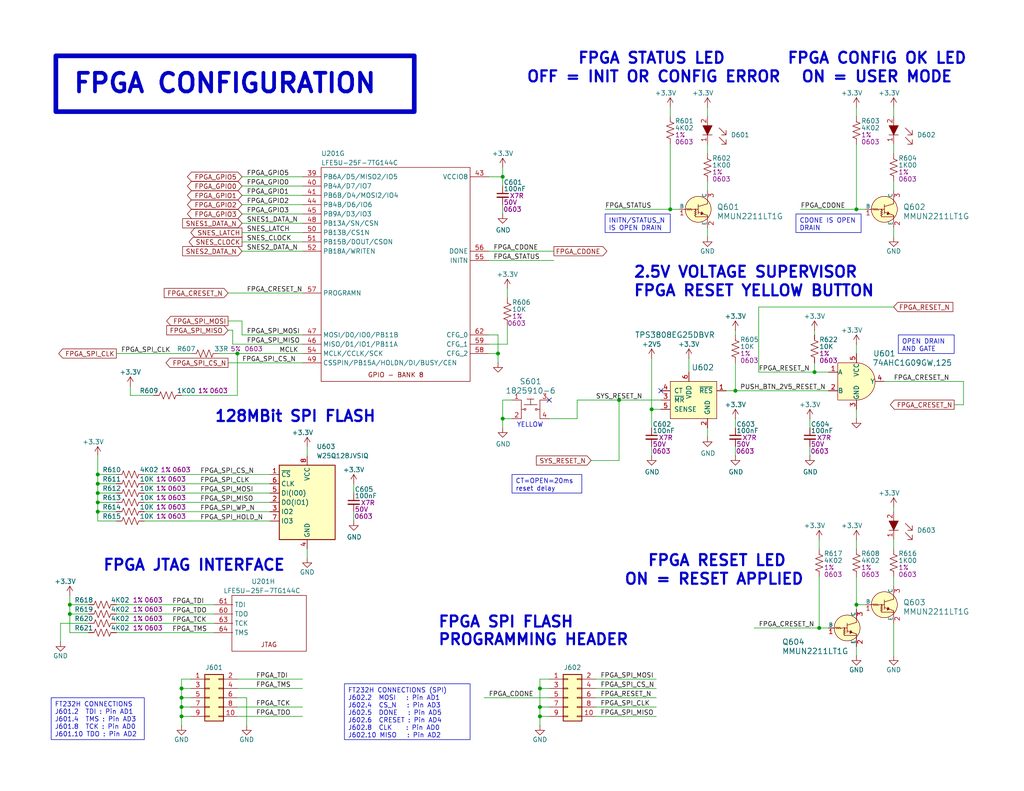
<source format=kicad_sch>
(kicad_sch (version 20231120) (generator "eeschema") (generator_version "8.0")
  (paper "A")
  (title_block (title "PETER") (date "2024-07-29") (rev "0.0") (company "Denno Wiggle") (comment 1 "FPGA Configuration & Status LED's."))
  (lib_symbols
    (symbol "Connector_Generic:Conn_02x05_Odd_Even" (pin_names (offset 1.016) hide)
      (property "Reference" "J" (at 1.27 7.62 0))
      (property "Value" "Conn_02x05_Odd_Even" (at 1.27 -7.62 0))
      (symbol "Conn_02x05_Odd_Even_1_1"
        (pin passive line (at -5.08 5.08 0) (length 3.81) (name "Pin_1") (number "1"))
        (pin passive line (at 7.62 -5.08 180) (length 3.81) (name "Pin_10") (number "10"))
        (pin passive line (at 7.62 5.08 180) (length 3.81) (name "Pin_2") (number "2"))
        (pin passive line (at -5.08 2.54 0) (length 3.81) (name "Pin_3") (number "3"))
        (pin passive line (at 7.62 2.54 180) (length 3.81) (name "Pin_4") (number "4"))
        (pin passive line (at -5.08 0 0) (length 3.81) (name "Pin_5") (number "5"))
        (pin passive line (at 7.62 0 180) (length 3.81) (name "Pin_6") (number "6"))
        (pin passive line (at -5.08 -2.54 0) (length 3.81) (name "Pin_7") (number "7"))
        (pin passive line (at 7.62 -2.54 180) (length 3.81) (name "Pin_8") (number "8"))
        (pin passive line (at -5.08 -5.08 0) (length 3.81) (name "Pin_9") (number "9"))
      )
    )
    (symbol "Memory_Flash:W25Q32JVSS"
      (property "Reference" "U" (at -6.35 11.43 0))
      (property "Value" "W25Q32JVSS" (at 7.62 11.43 0))
      (symbol "W25Q32JVSS_1_1"
        (pin input line (at -10.16 7.62 0) (length 2.54) (name "~{CS}") (number "1"))
        (pin bidirectional line (at -10.16 0 0) (length 2.54) (name "DO(IO1)") (number "2"))
        (pin bidirectional line (at -10.16 -2.54 0) (length 2.54) (name "IO2") (number "3"))
        (pin power_in line (at 0 -12.7 90) (length 2.54) (name "GND") (number "4"))
        (pin bidirectional line (at -10.16 2.54 0) (length 2.54) (name "DI(IO0)") (number "5"))
        (pin input line (at -10.16 5.08 0) (length 2.54) (name "CLK") (number "6"))
        (pin bidirectional line (at -10.16 -5.08 0) (length 2.54) (name "IO3") (number "7"))
        (pin power_in line (at 0 12.7 270) (length 2.54) (name "VCC") (number "8"))
      )
    )
    (symbol "WTM:C_100nF_X7R_16V_0805H" (pin_numbers hide) (pin_names (offset 0) hide)
      (property "Reference" "C" (at 0.254 3.556 0))
      (property "Value" "100nF" (at 0.254 1.778 0))
      (property "Dielectric" "X7R" (at 1.905 -0.127 0))
      (property "Voltage" "16V" (at 0.254 -1.905 0))
      (property "Footprint2" "0805H" (at 0.127 -3.81 0))
      (symbol "C_100nF_X7R_16V_0805H_1_1"
        (pin passive line (at 0 2.54 270) (length 2.032) (name "~") (number "1"))
        (pin passive line (at 0 -2.54 90) (length 2.032) (name "~") (number "2"))
      )
    )
    (symbol "WTM:LED_LTST-S270KGKT" (pin_names (offset 0))
      (property "Reference" "D" (at -6.35 3.81 0))
      (symbol "LED_LTST-S270KGKT_1_1"
        (pin passive line (at 2.54 0 180) (length 2.54) (name "~") (number "1"))
        (pin input line (at -5.08 0 0) (length 2.54) (name "~") (number "2"))
      )
    )
    (symbol "WTM:LFE5U-25F-7TG144C"
      (property "Reference" "U" (at 33.02 15.24 0))
      (property "Value" "LFE5U-25F-7TG144C" (at -12.7 1.27 0))
      (symbol "LFE5U-25F-7TG144C_1_0"
        (pin bidirectional line (at -15.24 -2.54 0) (length 5.08) (name "PT29A/PCLKT0_0") (number "128"))
        (pin bidirectional line (at -15.24 -5.08 0) (length 5.08) (name "PT15B") (number "133"))
        (pin bidirectional line (at -15.24 -7.62 0) (length 5.08) (name "PT15A") (number "134"))
        (pin bidirectional line (at -15.24 -10.16 0) (length 5.08) (name "PT13B") (number "135"))
        (pin bidirectional line (at -15.24 -12.7 0) (length 5.08) (name "PT13A") (number "136"))
        (pin power_in line (at 15.24 -5.08 180) (length 5.08) (name "VCCIO0") (number "137"))
        (pin bidirectional line (at -15.24 -15.24 0) (length 5.08) (name "PT9B") (number "139"))
        (pin bidirectional line (at -15.24 -17.78 0) (length 5.08) (name "PT9A") (number "140"))
        (pin bidirectional line (at -15.24 -20.32 0) (length 5.08) (name "PT6B") (number "141"))
        (pin bidirectional line (at -15.24 -22.86 0) (length 5.08) (name "PT4B") (number "142"))
        (pin bidirectional line (at -15.24 -25.4 0) (length 5.08) (name "PT6A") (number "143"))
      )
      (symbol "LFE5U-25F-7TG144C_1_1"
        (text "GPIO - BANK 0" (at -7.62 -27.94 0) (effects (font (size 1.27 1.27) (bold yes)) (justify left top)))
      )
      (symbol "LFE5U-25F-7TG144C_2_0"
        (pin bidirectional line (at -15.24 -2.54 0) (length 5.08) (name "PT67A") (number "110"))
        (pin bidirectional line (at -15.24 -5.08 0) (length 5.08) (name "PT62B") (number "111"))
        (pin bidirectional line (at -15.24 -7.62 0) (length 5.08) (name "PT62A") (number "112"))
        (pin bidirectional line (at -15.24 -10.16 0) (length 5.08) (name "PT60B") (number "113"))
        (pin bidirectional line (at -15.24 -12.7 0) (length 5.08) (name "PT60A") (number "114"))
        (pin bidirectional line (at -15.24 -15.24 0) (length 5.08) (name "PT58B") (number "115"))
        (pin bidirectional line (at -15.24 -17.78 0) (length 5.08) (name "PT58A") (number "116"))
        (pin bidirectional line (at -15.24 -20.32 0) (length 5.08) (name "PT56B") (number "117"))
        (pin bidirectional line (at -15.24 -22.86 0) (length 5.08) (name "PT56A") (number "118"))
        (pin bidirectional line (at -15.24 -25.4 0) (length 5.08) (name "PT53B") (number "119"))
        (pin bidirectional line (at -15.24 -27.94 0) (length 5.08) (name "PT53A") (number "120"))
        (pin bidirectional line (at -15.24 -30.48 0) (length 5.08) (name "PT51A") (number "121"))
        (pin power_in line (at 15.24 -2.54 180) (length 5.08) (name "VCCIO1") (number "122"))
        (pin bidirectional line (at -15.24 -33.02 0) (length 5.08) (name "PT42B") (number "124"))
        (pin bidirectional line (at -15.24 -35.56 0) (length 5.08) (name "PT42A") (number "125"))
        (pin bidirectional line (at -15.24 -38.1 0) (length 5.08) (name "PT40B") (number "126"))
        (pin bidirectional line (at -15.24 -40.64 0) (length 5.08) (name "PT40A") (number "127"))
      )
      (symbol "LFE5U-25F-7TG144C_2_1"
        (text "GPIO - BANK 1" (at -7.62 -43.18 0) (effects (font (size 1.27 1.27)) (justify left top)))
      )
      (symbol "LFE5U-25F-7TG144C_3_0"
        (pin power_in line (at 15.24 -27.94 180) (length 5.08) (name "VCCIO2") (number "100"))
        (pin bidirectional line (at -15.24 -30.48 0) (length 5.08) (name "PR8D") (number "102"))
        (pin bidirectional line (at -15.24 -33.02 0) (length 5.08) (name "PR8B") (number "103"))
        (pin bidirectional line (at -15.24 -35.56 0) (length 5.08) (name "PR8C") (number "104"))
        (pin bidirectional line (at -15.24 -38.1 0) (length 5.08) (name "PR8A") (number "105"))
        (pin bidirectional line (at -15.24 -40.64 0) (length 5.08) (name "PR2D") (number "106"))
        (pin bidirectional line (at -15.24 -43.18 0) (length 5.08) (name "PR2C") (number "107"))
        (pin bidirectional line (at -15.24 -45.72 0) (length 5.08) (name "PR2B") (number "108"))
        (pin bidirectional line (at -15.24 -2.54 0) (length 5.08) (name "PR23D/PCLKC2_0") (number "88"))
        (pin bidirectional line (at -15.24 -5.08 0) (length 5.08) (name "PR23B/PCLKC2_1") (number "89"))
        (pin bidirectional line (at -15.24 -7.62 0) (length 5.08) (name "PR23C/PCLKT2_0") (number "90"))
        (pin bidirectional line (at -15.24 -10.16 0) (length 5.08) (name "PR23A/PCLKT2_1") (number "91"))
        (pin bidirectional line (at -15.24 -12.7 0) (length 5.08) (name "PR20D") (number "92"))
        (pin bidirectional line (at -15.24 -15.24 0) (length 5.08) (name "PR20B") (number "93"))
        (pin bidirectional line (at -15.24 -17.78 0) (length 5.08) (name "PR20C/GR_PCLK2_0") (number "94"))
        (pin bidirectional line (at -15.24 -20.32 0) (length 5.08) (name "PR20A/GR_PCLK2_1") (number "95"))
        (pin bidirectional line (at -15.24 -22.86 0) (length 5.08) (name "PR14B") (number "97"))
        (pin bidirectional line (at -15.24 -25.4 0) (length 5.08) (name "PR14C") (number "98"))
        (pin bidirectional line (at -15.24 -27.94 0) (length 5.08) (name "PR14A") (number "99"))
      )
      (symbol "LFE5U-25F-7TG144C_3_1"
        (text "GPIO - BANK 2\n" (at -7.62 -48.26 0) (effects (font (size 1.27 1.27)) (justify left top)))
      )
      (symbol "LFE5U-25F-7TG144C_4_0"
        (pin bidirectional line (at -17.78 -10.16 0) (length 5.08) (name "PR47B") (number "67"))
        (pin bidirectional line (at -17.78 -7.62 0) (length 5.08) (name "PR47D/LRC_GPLL0C_IN") (number "68"))
        (pin bidirectional line (at -17.78 -2.54 0) (length 5.08) (name "PR47C/LRC_GPLL0T_IN") (number "69"))
        (pin power_in line (at 17.78 -12.7 180) (length 5.08) (name "VCCIO3") (number "70"))
        (pin bidirectional line (at -17.78 -12.7 0) (length 5.08) (name "PR47A") (number "71"))
        (pin bidirectional line (at -17.78 -15.24 0) (length 5.08) (name "PR44C") (number "72"))
        (pin bidirectional line (at -17.78 -17.78 0) (length 5.08) (name "PR41D") (number "73"))
        (pin bidirectional line (at -17.78 -20.32 0) (length 5.08) (name "PR41C") (number "74"))
        (pin bidirectional line (at -17.78 -22.86 0) (length 5.08) (name "PR41B") (number "76"))
        (pin bidirectional line (at -17.78 -25.4 0) (length 5.08) (name "PR41A") (number "77"))
        (pin bidirectional line (at -17.78 -27.94 0) (length 5.08) (name "PR35D") (number "78"))
        (pin bidirectional line (at -17.78 -30.48 0) (length 5.08) (name "PR35B") (number "79"))
        (pin bidirectional line (at -17.78 -33.02 0) (length 5.08) (name "PR35C") (number "80"))
        (pin bidirectional line (at -17.78 -35.56 0) (length 5.08) (name "PR35A") (number "81"))
        (pin bidirectional line (at -17.78 -38.1 0) (length 5.08) (name "PR32D") (number "82"))
        (pin bidirectional line (at -17.78 -40.64 0) (length 5.08) (name "PR32C") (number "84"))
        (pin power_in line (at 17.78 -15.24 180) (length 5.08) (name "VCCIO3") (number "86"))
      )
      (symbol "LFE5U-25F-7TG144C_4_1"
        (text "GPIO - BANK 3" (at -7.62 -43.18 0) (effects (font (size 1.27 1.27)) (justify left top)))
      )
      (symbol "LFE5U-25F-7TG144C_5_0"
        (pin power_in line (at 17.78 -2.54 180) (length 5.08) (name "VCCIO6") (number "16"))
        (pin bidirectional line (at -15.24 -2.54 0) (length 5.08) (name "PL32B") (number "18"))
        (pin bidirectional line (at -15.24 -5.08 0) (length 5.08) (name "PL35B") (number "19"))
        (pin bidirectional line (at -15.24 -7.62 0) (length 5.08) (name "PL35C") (number "22"))
        (pin bidirectional line (at -15.24 -10.16 0) (length 5.08) (name "PL35D") (number "23"))
        (pin bidirectional line (at -15.24 -12.7 0) (length 5.08) (name "PL38A") (number "24"))
        (pin bidirectional line (at -15.24 -15.24 0) (length 5.08) (name "PL38B") (number "25"))
        (pin bidirectional line (at -15.24 -17.78 0) (length 5.08) (name "PL41C") (number "26"))
        (pin bidirectional line (at -15.24 -20.32 0) (length 5.08) (name "PL41D") (number "27"))
        (pin bidirectional line (at -15.24 -22.86 0) (length 5.08) (name "PL44A") (number "28"))
        (pin bidirectional line (at -15.24 -25.4 0) (length 5.08) (name "PL44B") (number "30"))
        (pin bidirectional line (at -15.24 -27.94 0) (length 5.08) (name "PL44C") (number "31"))
        (pin bidirectional line (at -15.24 -30.48 0) (length 5.08) (name "PL44D") (number "33"))
        (pin bidirectional line (at -15.24 -33.02 0) (length 5.08) (name "PL47A") (number "34"))
        (pin bidirectional line (at -15.24 -35.56 0) (length 5.08) (name "PL47B") (number "35"))
        (pin power_in line (at 17.78 -5.08 180) (length 5.08) (name "VCCIO6") (number "36"))
        (pin bidirectional line (at -15.24 -38.1 0) (length 5.08) (name "PL47C/LLC_GPLL0T_IN") (number "37"))
      )
      (symbol "LFE5U-25F-7TG144C_5_1"
        (text "GPIO - BANK 6" (at -7.62 -40.64 0) (effects (font (size 1.27 1.27)) (justify left top)))
      )
      (symbol "LFE5U-25F-7TG144C_6_0"
        (pin bidirectional line (at -15.24 -2.54 0) (length 5.08) (name "PL5C") (number "1"))
        (pin bidirectional line (at -15.24 -20.32 0) (length 5.08) (name "PL14A") (number "10"))
        (pin bidirectional line (at -15.24 -22.86 0) (length 5.08) (name "PL14C") (number "11"))
        (pin bidirectional line (at -15.24 -25.4 0) (length 5.08) (name "PL14B") (number "12"))
        (pin bidirectional line (at -15.24 -27.94 0) (length 5.08) (name "PL14D") (number "13"))
        (pin bidirectional line (at -15.24 -30.48 0) (length 5.08) (name "PL23D/PCLKC7_0") (number "14"))
        (pin bidirectional line (at -15.24 -5.08 0) (length 5.08) (name "PL5D") (number "2"))
        (pin bidirectional line (at -15.24 -7.62 0) (length 5.08) (name "PL5B") (number "3"))
        (pin bidirectional line (at -15.24 -10.16 0) (length 5.08) (name "PL8A") (number "4"))
        (pin bidirectional line (at -15.24 -12.7 0) (length 5.08) (name "PL8C") (number "5"))
        (pin bidirectional line (at -15.24 -15.24 0) (length 5.08) (name "PL8B") (number "6"))
        (pin bidirectional line (at -15.24 -17.78 0) (length 5.08) (name "PL8D") (number "7"))
        (pin power_in line (at 15.24 -2.54 180) (length 5.08) (name "VCCIO7") (number "9"))
      )
      (symbol "LFE5U-25F-7TG144C_6_1"
        (text "GPIO - BANK 7" (at -7.62 -33.02 0) (effects (font (size 1.27 1.27)) (justify left top)))
      )
      (symbol "LFE5U-25F-7TG144C_7_0"
        (pin bidirectional line (at -17.78 -2.54 0) (length 5.08) (name "PB6A/D5/MISO2/IO5") (number "39"))
        (pin bidirectional line (at -17.78 -5.08 0) (length 5.08) (name "PB4A/D7/IO7") (number "40"))
        (pin bidirectional line (at -17.78 -7.62 0) (length 5.08) (name "PB6B/D4/MOSI2/IO4") (number "41"))
        (pin power_in line (at 33.02 -2.54 180) (length 5.08) (name "VCCIO8") (number "43"))
        (pin bidirectional line (at -17.78 -10.16 0) (length 5.08) (name "PB4B/D6/IO6") (number "44"))
        (pin bidirectional line (at -17.78 -12.7 0) (length 5.08) (name "PB9A/D3/IO3") (number "45"))
        (pin bidirectional line (at -17.78 -48.26 0) (length 5.08) (name "MISO/D1/IO1/PB11A") (number "46"))
        (pin bidirectional line (at -17.78 -45.72 0) (length 5.08) (name "MOSI/D0/IO0/PB11B") (number "47"))
        (pin bidirectional line (at -17.78 -15.24 0) (length 5.08) (name "PB13A/SN/CSN") (number "48"))
        (pin bidirectional line (at -17.78 -53.34 0) (length 5.08) (name "CSSPIN/PB15A/HOLDN/DI/BUSY/CEN") (number "49"))
        (pin bidirectional line (at -17.78 -17.78 0) (length 5.08) (name "PB13B/CS1N") (number "50"))
        (pin bidirectional line (at -17.78 -20.32 0) (length 5.08) (name "PB15B/DOUT/CSON") (number "51"))
        (pin bidirectional line (at -17.78 -22.86 0) (length 5.08) (name "PB18A/WRITEN") (number "52"))
        (pin bidirectional line (at -17.78 -50.8 0) (length 5.08) (name "MCLK/CCLK/SCK") (number "54"))
        (pin bidirectional line (at 33.02 -25.4 180) (length 5.08) (name "INITN") (number "55"))
        (pin output line (at 33.02 -22.86 180) (length 5.08) (name "DONE") (number "56"))
        (pin bidirectional line (at -17.78 -34.29 0) (length 5.08) (name "PROGRAMN") (number "57"))
        (pin input line (at 33.02 -50.8 180) (length 5.08) (name "CFG_2") (number "58"))
        (pin input line (at 33.02 -48.26 180) (length 5.08) (name "CFG_1") (number "59"))
        (pin input line (at 33.02 -45.72 180) (length 5.08) (name "CFG_0") (number "62"))
      )
      (symbol "LFE5U-25F-7TG144C_7_1"
        (text "GPIO - BANK 8" (at 0 -55.88 0) (effects (font (size 1.27 1.27)) (justify left top)))
      )
      (symbol "LFE5U-25F-7TG144C_8_0"
        (pin output line (at -15.24 -5.08 0) (length 5.08) (name "TDO") (number "60"))
        (pin input line (at -15.24 -2.54 0) (length 5.08) (name "TDI") (number "61"))
        (pin input line (at -15.24 -7.62 0) (length 5.08) (name "TCK") (number "63"))
        (pin input line (at -15.24 -10.16 0) (length 5.08) (name "TMS") (number "64"))
      )
      (symbol "LFE5U-25F-7TG144C_8_1"
        (text "JTAG" (at -2.54 -12.7 0) (effects (font (size 1.27 1.27)) (justify left top)))
      )
      (symbol "LFE5U-25F-7TG144C_9_0"
        (pin power_in line (at -15.24 -30.48 0) (length 5.08) (name "GND") (number "101"))
        (pin passive line (at 15.24 -15.24 180) (length 5.08) (name "NC") (number "109"))
        (pin power_in line (at -15.24 -33.02 0) (length 5.08) (name "GND") (number "123"))
        (pin power_in line (at -15.24 -35.56 0) (length 5.08) (name "GND") (number "129"))
        (pin power_in line (at 15.24 -17.78 180) (length 5.08) (name "VCC") (number "130"))
        (pin power_in line (at -15.24 -38.1 0) (length 5.08) (name "GND") (number "131"))
        (pin power_in line (at 15.24 -40.64 180) (length 5.08) (name "VCCAUX") (number "132"))
        (pin power_in line (at -15.24 -40.64 0) (length 5.08) (name "GND") (number "138"))
        (pin passive line (at 15.24 -20.32 180) (length 5.08) (name "NC") (number "144"))
        (pin power_in line (at -15.24 -10.16 0) (length 5.08) (name "GND") (number "15"))
        (pin power_in line (at 15.24 -33.02 180) (length 5.08) (name "VCCAUX") (number "17"))
        (pin power_in line (at 15.24 -2.54 180) (length 5.08) (name "VCC") (number "20"))
        (pin power_in line (at -15.24 -12.7 0) (length 5.08) (name "GND") (number "21"))
        (pin power_in line (at 15.24 -5.08 180) (length 5.08) (name "VCC") (number "29"))
        (pin power_in line (at -15.24 -15.24 0) (length 5.08) (name "VSSIO6") (number "32"))
        (pin power_in line (at 15.24 -7.62 180) (length 5.08) (name "VCC") (number "38"))
        (pin power_in line (at -15.24 -17.78 0) (length 5.08) (name "GND") (number "42"))
        (pin power_in line (at 15.24 -35.56 180) (length 5.08) (name "VCCAUX") (number "53"))
        (pin power_in line (at -15.24 -20.32 0) (length 5.08) (name "GND") (number "65"))
        (pin power_in line (at 15.24 -10.16 180) (length 5.08) (name "VCC") (number "66"))
        (pin power_in line (at -15.24 -22.86 0) (length 5.08) (name "GND") (number "75"))
        (pin power_in line (at -15.24 -7.62 0) (length 5.08) (name "GND") (number "8"))
        (pin power_in line (at 15.24 -12.7 180) (length 5.08) (name "VCC") (number "83"))
        (pin power_in line (at -15.24 -25.4 0) (length 5.08) (name "GND") (number "85"))
        (pin power_in line (at -15.24 -27.94 0) (length 5.08) (name "GND") (number "87"))
        (pin power_in line (at 15.24 -38.1 180) (length 5.08) (name "VCCAUX") (number "96"))
      )
      (symbol "LFE5U-25F-7TG144C_9_1"
        (text "POWER" (at -2.54 -43.18 0) (effects (font (size 1.27 1.27)) (justify left top)))
      )
    )
    (symbol "WTM:MMUN2211LT1G" (pin_names (offset 0))
      (property "Reference" "Q2" (at -5.08 7.62 0))
      (property "Value" "MMUN2211LT1G" (at -20.32 5.08 0))
      (symbol "MMUN2211LT1G_1_1"
        (pin input line (at -7.62 0 0) (length 1.27) (name "B") (number "1"))
        (pin passive line (at 0 -5.08 90) (length 2.54) (name "E") (number "2"))
        (pin passive line (at 0 5.08 270) (length 2.54) (name "C") (number "3"))
      )
    )
    (symbol "WTM:R_10K_5%_0805H" (pin_numbers hide) (pin_names (offset 0))
      (property "Reference" "R515" (at 1.27 2.54 0))
      (property "Value" "10K" (at 1.27 0.635 0))
      (property "Tolerance" "5%" (at 1.27 -1.27 0))
      (property "Footprint2" "0805H" (at 0 -3.175 0))
      (symbol "R_10K_5%_0805H_1_1"
        (pin passive line (at 0 3.81 270) (length 1.27) (name "~") (number "1"))
        (pin passive line (at 0 -3.81 90) (length 1.27) (name "~") (number "2"))
      )
    )
    (symbol "WTM:R_33R_5%_0805H_Horizontal1" (pin_numbers hide) (pin_names (offset 0))
      (property "Reference" "R" (at -7.62 1.27 0))
      (property "Value" "33R" (at 2.54 1.27 0))
      (property "Tolerance" "5%" (at 2.54 -1.27 0))
      (property "Footprint2" "0805H" (at -8.89 -1.27 0))
      (symbol "R_33R_5%_0805H_Horizontal1_1_1"
        (pin passive line (at -3.81 0 0) (length 1.27) (name "~") (number "1"))
        (pin passive line (at 3.81 0 180) (length 1.27) (name "~") (number "2"))
      )
    )
    (symbol "dk_Logic-Gates-and-Inverters:SN74LVC1G08DBVR" (pin_names (offset 0.0254))
      (property "Reference" "U" (at -2.54 6.096 0))
      (property "Value" "SN74LVC1G08DBVR" (at 0.508 -6.35 0))
      (symbol "SN74LVC1G08DBVR_1_1"
        (pin input line (at -7.62 2.54 0) (length 2.54) (name "A") (number "1"))
        (pin input line (at -7.62 -2.54 0) (length 2.54) (name "B") (number "2"))
        (pin power_in line (at 0 -7.62 90) (length 2.54) (name "GND") (number "3"))
        (pin output line (at 7.62 0 180) (length 2.54) (name "Y") (number "4"))
        (pin power_in line (at 0 7.62 270) (length 2.54) (name "VCC") (number "5"))
      )
    )
    (symbol "dk_PMIC-Supervisors:TPS3808G33DBVR" (pin_names (offset 1.016))
      (property "Reference" "U" (at -5.2832 3.5814 0))
      (property "Value" "TPS3808G33DBVR" (at 2.6924 -8.763 0))
      (symbol "TPS3808G33DBVR_1_1"
        (pin output line (at 10.16 0 180) (length 2.54) (name "~{RES}") (number "1"))
        (pin power_in line (at 5.08 -10.16 90) (length 2.54) (name "GND") (number "2"))
        (pin input line (at -7.62 -2.54 0) (length 2.54) (name "~{MR}") (number "3"))
        (pin input line (at -7.62 0 0) (length 2.54) (name "CT") (number "4"))
        (pin input line (at -7.62 -5.08 0) (length 2.54) (name "SENSE") (number "5"))
        (pin power_in line (at 0 5.08 270) (length 2.54) (name "VDD") (number "6"))
      )
    )
    (symbol "dk_Tactile-Switches:1825910-6" (pin_names (offset 1.016))
      (property "Reference" "S" (at 0 4.572 0))
      (property "Value" "1825910-6" (at 0.127 -5.08 0))
      (symbol "1825910-6_1_1"
        (pin passive line (at -5.08 2.54 0) (length 2.54) (name "~") (number "1"))
        (pin passive line (at -5.08 -2.54 0) (length 2.54) (name "~") (number "2"))
        (pin passive line (at 5.08 2.54 180) (length 2.54) (name "~") (number "3"))
        (pin passive line (at 5.08 -2.54 180) (length 2.54) (name "~") (number "4"))
      )
    )
    (symbol "power:+2V5" (power) (pin_numbers hide) (pin_names (offset 0) hide)
      (property "Value" "+2V5" (at 0 3.556 0))
      (symbol "+2V5_1_1"
        (pin power_in line (at 0 0 90) (length 0) (name "~") (number "1"))
      )
    )
    (symbol "power:+3.3V" (power) (pin_numbers hide) (pin_names (offset 0) hide)
      (property "Value" "+3.3V" (at 0 3.556 0))
      (symbol "+3.3V_1_1"
        (pin power_in line (at 0 0 90) (length 0) (name "~") (number "1"))
      )
    )
    (symbol "power:GND" (power) (pin_numbers hide) (pin_names (offset 0) hide)
      (property "Value" "GND" (at 0 -3.81 0))
      (symbol "GND_1_1"
        (pin power_in line (at 0 0 270) (length 0) (name "~") (number "1"))
      )
    )
  )
  (junction (at 49.53 193.04))
  (junction (at 147.32 193.04))
  (junction (at 223.52 171.45))
  (junction (at 49.53 190.5))
  (junction (at 168.91 109.22))
  (junction (at 26.67 137.16))
  (junction (at 26.67 132.08))
  (junction (at 26.67 134.62))
  (junction (at 182.88 57.15))
  (junction (at 19.05 165.1))
  (junction (at 26.67 139.7))
  (junction (at 177.8 111.76))
  (junction (at 137.16 114.3))
  (junction (at 135.89 96.52))
  (junction (at 233.68 57.15))
  (junction (at 49.53 195.58))
  (junction (at 64.77 96.52))
  (junction (at 200.66 106.68))
  (junction (at 26.67 129.54))
  (junction (at 147.32 187.96))
  (junction (at 233.68 165.1))
  (junction (at 49.53 187.96))
  (junction (at 147.32 195.58))
  (junction (at 19.05 167.64))
  (junction (at 137.16 48.26))
  (junction (at 222.25 101.6))
  (no_connect (at 180.34 106.68))
  (no_connect (at 149.86 109.22))
  (wire (pts (xy 243.84 170.18) (xy 243.84 179.07)))
  (wire (pts (xy 233.68 111.76) (xy 233.68 114.3)))
  (wire (pts (xy 49.53 193.04) (xy 49.53 195.58)))
  (wire (pts (xy 137.16 55.88) (xy 137.16 58.42)))
  (wire (pts (xy 207.01 83.82) (xy 207.01 101.6)))
  (wire (pts (xy 220.98 114.3) (xy 220.98 116.84)))
  (wire (pts (xy 157.48 109.22) (xy 168.91 109.22)))
  (wire (pts (xy 62.23 80.01) (xy 82.55 80.01)))
  (wire (pts (xy 198.12 106.68) (xy 200.66 106.68)))
  (wire (pts (xy 162.56 190.5) (xy 179.07 190.5)))
  (wire (pts (xy 64.77 96.52) (xy 82.55 96.52)))
  (wire (pts (xy 137.16 45.72) (xy 137.16 48.26)))
  (wire (pts (xy 49.53 107.95) (xy 64.77 107.95)))
  (wire (pts (xy 233.68 176.53) (xy 233.68 179.07)))
  (wire (pts (xy 137.16 109.22) (xy 137.16 114.3)))
  (wire (pts (xy 177.8 111.76) (xy 180.34 111.76)))
  (wire (pts (xy 26.67 134.62) (xy 26.67 132.08)))
  (wire (pts (xy 162.56 195.58) (xy 179.07 195.58)))
  (wire (pts (xy 200.66 114.3) (xy 200.66 116.84)))
  (wire (pts (xy 49.53 187.96) (xy 52.07 187.96)))
  (wire (pts (xy 147.32 185.42) (xy 147.32 187.96)))
  (wire (pts (xy 59.69 96.52) (xy 64.77 96.52)))
  (wire (pts (xy 49.53 187.96) (xy 49.53 190.5)))
  (wire (pts (xy 223.52 171.45) (xy 226.06 171.45)))
  (wire (pts (xy 233.68 57.15) (xy 236.22 57.15)))
  (wire (pts (xy 133.35 96.52) (xy 135.89 96.52)))
  (wire (pts (xy 193.04 49.53) (xy 193.04 52.07)))
  (wire (pts (xy 243.84 39.37) (xy 243.84 41.91)))
  (wire (pts (xy 31.75 167.64) (xy 58.42 167.64)))
  (wire (pts (xy 83.82 149.86) (xy 83.82 152.4)))
  (wire (pts (xy 39.37 142.24) (xy 73.66 142.24)))
  (wire (pts (xy 66.04 87.63) (xy 66.04 91.44)))
  (wire (pts (xy 62.23 87.63) (xy 66.04 87.63)))
  (wire (pts (xy 66.04 66.04) (xy 82.55 66.04)))
  (wire (pts (xy 31.75 172.72) (xy 58.42 172.72)))
  (wire (pts (xy 200.66 91.44) (xy 200.66 90.17)))
  (wire (pts (xy 233.68 165.1) (xy 236.22 165.1)))
  (wire (pts (xy 137.16 48.26) (xy 133.35 48.26)))
  (wire (pts (xy 233.68 29.21) (xy 233.68 31.75)))
  (wire (pts (xy 62.23 90.17) (xy 63.5 90.17)))
  (wire (pts (xy 26.67 132.08) (xy 31.75 132.08)))
  (wire (pts (xy 133.35 71.12) (xy 151.13 71.12)))
  (wire (pts (xy 193.04 39.37) (xy 193.04 41.91)))
  (wire (pts (xy 138.43 93.98) (xy 133.35 93.98)))
  (wire (pts (xy 200.66 121.92) (xy 200.66 124.46)))
  (wire (pts (xy 39.37 137.16) (xy 73.66 137.16)))
  (wire (pts (xy 220.98 121.92) (xy 220.98 124.46)))
  (wire (pts (xy 162.56 185.42) (xy 179.07 185.42)))
  (wire (pts (xy 182.88 57.15) (xy 185.42 57.15)))
  (wire (pts (xy 139.7 114.3) (xy 137.16 114.3)))
  (wire (pts (xy 66.04 48.26) (xy 82.55 48.26)))
  (wire (pts (xy 182.88 39.37) (xy 182.88 57.15)))
  (wire (pts (xy 139.7 109.22) (xy 137.16 109.22)))
  (wire (pts (xy 218.44 57.15) (xy 233.68 57.15)))
  (wire (pts (xy 35.56 107.95) (xy 41.91 107.95)))
  (wire (pts (xy 31.75 170.18) (xy 58.42 170.18)))
  (wire (pts (xy 243.84 62.23) (xy 243.84 64.77)))
  (wire (pts (xy 193.04 62.23) (xy 193.04 64.77)))
  (wire (pts (xy 64.77 193.04) (xy 82.55 193.04)))
  (wire (pts (xy 66.04 91.44) (xy 82.55 91.44)))
  (wire (pts (xy 49.53 195.58) (xy 52.07 195.58)))
  (wire (pts (xy 39.37 134.62) (xy 73.66 134.62)))
  (wire (pts (xy 233.68 157.48) (xy 233.68 165.1)))
  (wire (pts (xy 67.31 198.12) (xy 67.31 190.5)))
  (wire (pts (xy 132.08 190.5) (xy 149.86 190.5)))
  (wire (pts (xy 138.43 78.74) (xy 138.43 81.28)))
  (wire (pts (xy 49.53 193.04) (xy 52.07 193.04)))
  (wire (pts (xy 19.05 162.56) (xy 19.05 165.1)))
  (wire (pts (xy 49.53 190.5) (xy 49.53 193.04)))
  (wire (pts (xy 223.52 157.48) (xy 223.52 171.45)))
  (wire (pts (xy 157.48 114.3) (xy 157.48 109.22)))
  (wire (pts (xy 207.01 101.6) (xy 222.25 101.6)))
  (wire (pts (xy 66.04 55.88) (xy 82.55 55.88)))
  (wire (pts (xy 233.68 93.98) (xy 233.68 96.52)))
  (wire (pts (xy 26.67 137.16) (xy 31.75 137.16)))
  (wire (pts (xy 147.32 193.04) (xy 147.32 195.58)))
  (wire (pts (xy 233.68 39.37) (xy 233.68 57.15)))
  (wire (pts (xy 66.04 60.96) (xy 82.55 60.96)))
  (wire (pts (xy 205.74 171.45) (xy 223.52 171.45)))
  (wire (pts (xy 64.77 195.58) (xy 82.55 195.58)))
  (wire (pts (xy 200.66 106.68) (xy 226.06 106.68)))
  (wire (pts (xy 39.37 132.08) (xy 73.66 132.08)))
  (wire (pts (xy 262.89 110.49) (xy 262.89 104.14)))
  (wire (pts (xy 16.51 170.18) (xy 16.51 175.26)))
  (wire (pts (xy 19.05 167.64) (xy 19.05 172.72)))
  (wire (pts (xy 233.68 165.1) (xy 233.68 166.37)))
  (wire (pts (xy 147.32 187.96) (xy 149.86 187.96)))
  (wire (pts (xy 177.8 121.92) (xy 177.8 124.46)))
  (wire (pts (xy 147.32 193.04) (xy 149.86 193.04)))
  (wire (pts (xy 222.25 99.06) (xy 222.25 101.6)))
  (wire (pts (xy 31.75 142.24) (xy 26.67 142.24)))
  (wire (pts (xy 49.53 190.5) (xy 52.07 190.5)))
  (wire (pts (xy 24.13 170.18) (xy 16.51 170.18)))
  (wire (pts (xy 193.04 29.21) (xy 193.04 31.75)))
  (wire (pts (xy 26.67 134.62) (xy 31.75 134.62)))
  (wire (pts (xy 64.77 107.95) (xy 64.77 96.52)))
  (wire (pts (xy 39.37 139.7) (xy 73.66 139.7)))
  (wire (pts (xy 147.32 187.96) (xy 147.32 193.04)))
  (wire (pts (xy 26.67 129.54) (xy 26.67 124.46)))
  (wire (pts (xy 243.84 29.21) (xy 243.84 31.75)))
  (wire (pts (xy 63.5 93.98) (xy 82.55 93.98)))
  (wire (pts (xy 66.04 53.34) (xy 82.55 53.34)))
  (wire (pts (xy 66.04 50.8) (xy 82.55 50.8)))
  (wire (pts (xy 19.05 167.64) (xy 24.13 167.64)))
  (wire (pts (xy 137.16 48.26) (xy 137.16 50.8)))
  (wire (pts (xy 135.89 96.52) (xy 135.89 91.44)))
  (wire (pts (xy 26.67 142.24) (xy 26.67 139.7)))
  (wire (pts (xy 147.32 185.42) (xy 149.86 185.42)))
  (wire (pts (xy 182.88 29.21) (xy 182.88 31.75)))
  (wire (pts (xy 19.05 172.72) (xy 24.13 172.72)))
  (wire (pts (xy 177.8 111.76) (xy 177.8 116.84)))
  (wire (pts (xy 243.84 83.82) (xy 207.01 83.82)))
  (wire (pts (xy 223.52 147.32) (xy 223.52 149.86)))
  (wire (pts (xy 66.04 58.42) (xy 82.55 58.42)))
  (wire (pts (xy 66.04 68.58) (xy 82.55 68.58)))
  (wire (pts (xy 133.35 68.58) (xy 151.13 68.58)))
  (wire (pts (xy 161.29 125.73) (xy 168.91 125.73)))
  (wire (pts (xy 19.05 165.1) (xy 19.05 167.64)))
  (wire (pts (xy 49.53 195.58) (xy 49.53 198.12)))
  (wire (pts (xy 200.66 99.06) (xy 200.66 106.68)))
  (wire (pts (xy 64.77 187.96) (xy 82.55 187.96)))
  (wire (pts (xy 83.82 121.92) (xy 83.82 124.46)))
  (wire (pts (xy 26.67 137.16) (xy 26.67 134.62)))
  (wire (pts (xy 193.04 116.84) (xy 193.04 119.38)))
  (wire (pts (xy 135.89 91.44) (xy 133.35 91.44)))
  (wire (pts (xy 222.25 101.6) (xy 226.06 101.6)))
  (wire (pts (xy 168.91 125.73) (xy 168.91 109.22)))
  (wire (pts (xy 243.84 147.32) (xy 243.84 149.86)))
  (wire (pts (xy 19.05 165.1) (xy 24.13 165.1)))
  (wire (pts (xy 162.56 187.96) (xy 179.07 187.96)))
  (wire (pts (xy 31.75 96.52) (xy 52.07 96.52)))
  (wire (pts (xy 147.32 195.58) (xy 147.32 198.12)))
  (wire (pts (xy 147.32 195.58) (xy 149.86 195.58)))
  (wire (pts (xy 64.77 185.42) (xy 82.55 185.42)))
  (wire (pts (xy 149.86 114.3) (xy 157.48 114.3)))
  (wire (pts (xy 165.1 57.15) (xy 182.88 57.15)))
  (wire (pts (xy 62.23 99.06) (xy 82.55 99.06)))
  (wire (pts (xy 35.56 107.95) (xy 35.56 105.41)))
  (wire (pts (xy 49.53 185.42) (xy 52.07 185.42)))
  (wire (pts (xy 31.75 165.1) (xy 58.42 165.1)))
  (wire (pts (xy 26.67 132.08) (xy 26.67 129.54)))
  (wire (pts (xy 26.67 139.7) (xy 31.75 139.7)))
  (wire (pts (xy 168.91 109.22) (xy 180.34 109.22)))
  (wire (pts (xy 66.04 63.5) (xy 82.55 63.5)))
  (wire (pts (xy 187.96 97.79) (xy 187.96 101.6)))
  (wire (pts (xy 96.52 132.08) (xy 96.52 134.62)))
  (wire (pts (xy 39.37 129.54) (xy 73.66 129.54)))
  (wire (pts (xy 49.53 185.42) (xy 49.53 187.96)))
  (wire (pts (xy 162.56 193.04) (xy 179.07 193.04)))
  (wire (pts (xy 135.89 99.06) (xy 135.89 96.52)))
  (wire (pts (xy 243.84 49.53) (xy 243.84 52.07)))
  (wire (pts (xy 96.52 139.7) (xy 96.52 142.24)))
  (wire (pts (xy 260.35 110.49) (xy 262.89 110.49)))
  (wire (pts (xy 243.84 157.48) (xy 243.84 160.02)))
  (wire (pts (xy 241.3 104.14) (xy 262.89 104.14)))
  (wire (pts (xy 222.25 91.44) (xy 222.25 90.17)))
  (wire (pts (xy 26.67 139.7) (xy 26.67 137.16)))
  (wire (pts (xy 26.67 129.54) (xy 31.75 129.54)))
  (wire (pts (xy 243.84 138.43) (xy 243.84 139.7)))
  (wire (pts (xy 177.8 97.79) (xy 177.8 111.76)))
  (wire (pts (xy 63.5 90.17) (xy 63.5 93.98)))
  (wire (pts (xy 137.16 114.3) (xy 137.16 116.84)))
  (wire (pts (xy 64.77 190.5) (xy 67.31 190.5)))
  (wire (pts (xy 233.68 147.32) (xy 233.68 149.86)))
  (wire (pts (xy 138.43 88.9) (xy 138.43 93.98)))
  (text_box "CT=OPEN=20ms\nreset delay" (at 139.7 129.54 0) (size 19.05 5.08) (effects (font (size 1.27 1.27)) (justify left top)))
  (text_box "CDONE IS OPEN DRAIN" (at 217.17 58.42 0) (size 17.78 5.08) (effects (font (size 1.27 1.27)) (justify left top)))
  (text_box "FT232H CONNECTIONS (SPI)\nJ602.2  MOSI   : Pin AD1\nJ602.4  CS_N   : Pin AD3\nJ602.5  DONE   : Pin AD5\nJ602.6  CRESET : Pin AD4\nJ602.8  CLK    : Pin AD0\nJ602.10 MISO   : Pin AD2" (at 93.98 186.69 0) (size 34.29 15.24) (effects (font (size 1.27 1.27)) (justify left top)))
  (text_box "FPGA CONFIGURATION" (at 15.24 15.24 0) (size 97.79 15.24) (stroke (width 1.27)) (effects (font (size 5.08 5.08) (thickness 1.016) (bold yes)) (justify left top)))
  (text_box "FT232H CONNECTIONS\nJ601.2  TDI : Pin AD1\nJ601.4  TMS : Pin AD3\nJ601.8  TCK : Pin AD0\nJ601.10 TDO : Pin AD2" (at 13.97 190.5 0) (size 25.4 11.43) (effects (font (size 1.27 1.27)) (justify left top)))
  (text_box "OPEN DRAIN\nAND GATE" (at 245.11 91.44 0) (size 15.24 5.08) (effects (font (size 1.27 1.27)) (justify left top)))
  (text_box "INITN/STATUS_N IS OPEN DRAIN" (at 165.1 58.42 0) (size 17.78 5.08) (effects (font (size 1.27 1.27)) (justify left top)))
  (text "YELLOW" (at 140.97 116.84 0) (effects (font (size 1.27 1.27)) (justify left bottom)))
  (text "FPGA JTAG INTERFACE" (at 27.94 156.21 0) (effects (font (size 2.9972 2.9972) (thickness 0.5994) (bold yes)) (justify left bottom)))
  (text "128MBit SPI FLASH\n" (at 58.42 115.57 0) (effects (font (size 2.9972 2.9972) (thickness 0.5994) (bold yes)) (justify left bottom)))
  (text "OFF = INIT OR CONFIG ERROR" (at 143.51 22.86 0) (effects (font (size 2.9972 2.9972) (thickness 0.5994) (bold yes)) (justify left bottom)))
  (text "ON = USER MODE" (at 218.44 22.86 0) (effects (font (size 2.9972 2.9972) (thickness 0.5994) (bold yes)) (justify left bottom)))
  (text "FPGA SPI FLASH\nPROGRAMMING HEADER\n" (at 119.38 176.53 0) (effects (font (size 2.9972 2.9972) (thickness 0.5994) (bold yes)) (justify left bottom)))
  (text "FPGA STATUS LED" (at 157.48 17.78 0) (effects (font (size 2.9972 2.9972) (thickness 0.5994) (bold yes)) (justify left bottom)))
  (text "2.5V VOLTAGE SUPERVISOR" (at 172.72 76.2 0) (effects (font (size 2.9972 2.9972) (thickness 0.5994) (bold yes)) (justify left bottom)))
  (text "FPGA RESET YELLOW BUTTON" (at 172.72 81.28 0) (effects (font (size 2.9972 2.9972) (thickness 0.5994) (bold yes)) (justify left bottom)))
  (text "FPGA RESET LED" (at 176.53 154.94 0) (effects (font (size 2.9972 2.9972) (thickness 0.5994) (bold yes)) (justify left bottom)))
  (text "FPGA CONFIG OK LED" (at 214.63 17.78 0) (effects (font (size 2.9972 2.9972) (thickness 0.5994) (bold yes)) (justify left bottom)))
  (text "ON = RESET APPLIED" (at 170.18 160.02 0) (effects (font (size 2.9972 2.9972) (thickness 0.5994) (bold yes)) (justify left bottom)))
  (label "MCLK" (at 76.2 96.52 0))
  (label "FPGA_STATUS" (at 165.1 57.15 0))
  (label "FPGA_SPI_MOSI" (at 163.83 185.42 0))
  (label "FPGA_CDONE" (at 133.35 190.5 0))
  (label "FPGA_CDONE" (at 134.62 68.58 0))
  (label "FPGA_SPI_HOLD_N" (at 54.61 142.24 0))
  (label "FPGA_RESET_N" (at 163.83 190.5 0))
  (label "FPGA_TDI" (at 46.99 165.1 0))
  (label "FPGA_TDI" (at 69.85 185.42 0))
  (label "FPGA_GPIO3" (at 67.31 58.42 0))
  (label "FPGA_TDO" (at 46.99 167.64 0))
  (label "SNES2_DATA_N" (at 67.31 68.58 0))
  (label "FPGA_SPI_MISO" (at 54.61 137.16 0))
  (label "FPGA_SPI_CS_N" (at 163.83 187.96 0))
  (label "SYS_RESET_N" (at 162.56 109.22 0))
  (label "FPGA_CDONE" (at 218.44 57.15 0))
  (label "FPGA_TCK" (at 69.85 193.04 0))
  (label "FPGA_GPIO1" (at 67.31 53.34 0))
  (label "FPGA_SPI_MISO" (at 67.31 93.98 0))
  (label "FPGA_RESET_N" (at 207.01 101.6 0))
  (label "FPGA_GPIO5" (at 67.31 48.26 0))
  (label "FPGA_TMS" (at 46.99 172.72 0))
  (label "SNES_CLOCK" (at 67.31 66.04 0))
  (label "FPGA_SPI_CLK" (at 163.83 193.04 0))
  (label "FPGA_GPIO0" (at 67.31 50.8 0))
  (label "SNES1_DATA_N" (at 67.31 60.96 0))
  (label "FPGA_SPI_CLK" (at 54.61 132.08 0))
  (label "FPGA_GPIO2" (at 67.31 55.88 0))
  (label "FPGA_SPI_CS_N" (at 54.61 129.54 0))
  (label "FPGA_SPI_MOSI" (at 54.61 134.62 0))
  (label "SNES_LATCH" (at 67.31 63.5 0))
  (label "FPGA_TMS" (at 69.85 187.96 0))
  (label "FPGA_SPI_WP_N" (at 54.61 139.7 0))
  (label "FPGA_SPI_CLK" (at 33.02 96.52 0))
  (label "FPGA_SPI_CS_N" (at 66.04 99.06 0))
  (label "FPGA_CRESET_N" (at 67.31 80.01 0))
  (label "FPGA_CRESET_N" (at 243.84 104.14 0))
  (label "FPGA_SPI_MOSI" (at 67.31 91.44 0))
  (label "PUSH_BTN_2V5_RESET_N" (at 201.93 106.68 0))
  (label "FPGA_CRESET_N" (at 207.01 171.45 0))
  (label "FPGA_TDO" (at 69.85 195.58 0))
  (label "FPGA_TCK" (at 46.99 170.18 0))
  (label "FPGA_SPI_MISO" (at 163.83 195.58 0))
  (label "FPGA_STATUS" (at 134.62 71.12 0))
  (global_label "FPGA_SPI_MOSI" (shape output) (at 62.23 87.63 180) (property "Intersheetrefs" "${INTERSHEET_REFS}" (at 41.91 87.63 0) (effects (justify left))))
  (global_label "FPGA_GPIO1" (shape bidirectional) (at 66.04 53.34 180) (property "Intersheetrefs" "${INTERSHEET_REFS}" (at 50.8789 53.34 0) (effects (justify right))))
  (global_label "SYS_RESET_N" (shape input) (at 161.29 125.73 180) (property "Intersheetrefs" "${INTERSHEET_REFS}" (at 146.0596 125.73 0) (effects (justify right))))
  (global_label "FPGA_GPIO3" (shape bidirectional) (at 66.04 58.42 180) (property "Intersheetrefs" "${INTERSHEET_REFS}" (at 50.8789 58.42 0) (effects (justify right))))
  (global_label "FPGA_RESET_N" (shape input) (at 243.84 83.82 0) (property "Intersheetrefs" "${INTERSHEET_REFS}" (at 260.28 83.82 0) (effects (justify left))))
  (global_label "FPGA_GPIO5" (shape bidirectional) (at 66.04 48.26 180) (property "Intersheetrefs" "${INTERSHEET_REFS}" (at 50.8 48.26 0) (effects (justify right))))
  (global_label "SNES_LATCH" (shape output) (at 66.04 63.5 180) (property "Intersheetrefs" "${INTERSHEET_REFS}" (at 49.53 63.5 0) (effects (justify right))))
  (global_label "SNES1_DATA_N" (shape input) (at 66.04 60.96 180) (property "Intersheetrefs" "${INTERSHEET_REFS}" (at 50.8 60.96 0) (effects (justify right))))
  (global_label "FPGA_GPIO2" (shape bidirectional) (at 66.04 55.88 180) (property "Intersheetrefs" "${INTERSHEET_REFS}" (at 50.8789 55.88 0) (effects (justify right))))
  (global_label "FPGA_SPI_MISO" (shape input) (at 62.23 90.17 180) (property "Intersheetrefs" "${INTERSHEET_REFS}" (at 43.18 90.17 0) (effects (justify left))))
  (global_label "FPGA_CRESET_N" (shape input) (at 62.23 80.01 180) (property "Intersheetrefs" "${INTERSHEET_REFS}" (at 45.72 80.01 0) (effects (justify right))))
  (global_label "FPGA_SPI_CS_N" (shape output) (at 62.23 99.06 180) (property "Intersheetrefs" "${INTERSHEET_REFS}" (at 44.45 99.06 0) (effects (justify right))))
  (global_label "FPGA_GPIO0" (shape bidirectional) (at 66.04 50.8 180) (property "Intersheetrefs" "${INTERSHEET_REFS}" (at 50.8789 50.8 0) (effects (justify right))))
  (global_label "FPGA_SPI_CLK" (shape output) (at 31.75 96.52 180) (property "Intersheetrefs" "${INTERSHEET_REFS}" (at 16.51 96.52 0) (effects (justify right))))
  (global_label "FPGA_CRESET_N" (shape output) (at 260.35 110.49 180) (property "Intersheetrefs" "${INTERSHEET_REFS}" (at 242.64 110.49 0) (effects (justify right))))
  (global_label "SNES2_DATA_N" (shape input) (at 66.04 68.58 180) (property "Intersheetrefs" "${INTERSHEET_REFS}" (at 50.8 68.58 0) (effects (justify right))))
  (global_label "SNES_CLOCK" (shape output) (at 66.04 66.04 180) (property "Intersheetrefs" "${INTERSHEET_REFS}" (at 49.53 66.04 0) (effects (justify right))))
  (global_label "FPGA_CDONE" (shape output) (at 151.13 68.58 0) (property "Intersheetrefs" "${INTERSHEET_REFS}" (at 166.37 68.58 0) (effects (justify left))))
  (symbol (lib_id "dk_Tactile-Switches:1825910-6") (at 144.78 111.76 0) (unit 1)
    (property "Reference" "S601" (at 144.78 104.14 0) (effects (font (size 1.524 1.524))))
    (property "Value" "1825910-6" (at 144.78 106.68 0) (effects (font (size 1.524 1.524))))
    (property "Footprint" "digikey-footprints:Switch_Tactile_THT_6x6mm" (effects (hide yes)))
    (property "Datasheet" "https://www.te.com/commerce/DocumentDelivery/DDEController?Action=srchrtrv&DocNm=1825910&DocType=Customer+Drawing&DocLang=English" (effects (hide yes)))
    (property "Description" "SWITCH TACTILE SPST-NO 0.05A 24V" (effects (hide yes)))
    (property "Digi-Key_PN" "450-1650-ND" (effects (hide yes)))
    (property "MPN" "1825910-6" (effects (hide yes)))
    (property "Category" "Switches" (effects (hide yes)))
    (property "Family" "Tactile Switches" (effects (hide yes)))
    (property "DK_Datasheet_Link" "https://www.te.com/commerce/DocumentDelivery/DDEController?Action=srchrtrv&DocNm=1825910&DocType=Customer+Drawing&DocLang=English" (effects (hide yes)))
    (property "DK_Detail_Page" "/product-detail/en/te-connectivity-alcoswitch-switches/1825910-6/450-1650-ND/1632536" (effects (hide yes)))
    (property "Manufacturer" "TE Connectivity ALCOSWITCH Switches" (effects (hide yes)))
    (property "Status" "Active" (effects (hide yes)))
    (property "Digikey" "450-1650-ND" (effects (hide yes)))
  )
  (symbol (lib_id "WTM:MMUN2211LT1G") (at 243.84 57.15 0) (unit 1)
    (property "Reference" "Q602" (at 246.38 56.515 0) (effects (font (size 1.524 1.524)) (justify left)))
    (property "Value" "MMUN2211LT1G" (at 246.38 59.055 0) (effects (font (size 1.524 1.524)) (justify left)))
    (property "Footprint" "Package_TO_SOT_SMD:SOT-23-3" (effects (hide yes)))
    (property "Datasheet" "http://www.onsemi.com/pub/Collateral/DTC114E-D.PDF" (effects (hide yes)))
    (property "Description" "TRANS PREBIAS NPN 246MW SOT23-3" (effects (hide yes)))
    (property "Digikey" "MMUN2211LT1GOSCT-ND" (effects (hide yes)))
    (property "MPN" "MMUN2211LT1G" (effects (hide yes)))
    (property "Category" "Discrete Semiconductor Products" (effects (hide yes)))
    (property "Family" "Transistors - Bipolar (BJT) - Single, Pre-Biased" (effects (hide yes)))
    (property "Manufacturer" "ON Semiconductor" (effects (hide yes)))
    (property "Status" "Active" (effects (hide yes)))
    (property "LCSC Part #" "C55059" (effects (hide yes)))
  )
  (symbol (lib_id "WTM:R_10K_5%_0805H") (at 223.52 153.67 0) (unit 1)
    (property "Reference" "R617" (at 224.79 151.13 0) (effects (justify left)))
    (property "Value" "4K02" (at 224.79 153.035 0) (effects (justify left)))
    (property "Footprint" "Resistor_SMD:R_0603_1608Metric" (effects (hide yes)))
    (property "Datasheet" "https://www.yageo.com/upload/media/product/productsearch/datasheet/rchip/PYu-RC_Group_51_RoHS_L_12.pdf" (effects (hide yes)))
    (property "Description" "RES 4.02K OHM 1% 1/10W 0603" (effects (hide yes)))
    (property "Tolerance" "1%" (at 224.79 154.94 0) (effects (justify left)))
    (property "Footprint2" "0603" (at 224.79 156.845 0) (effects (justify left)))
    (property "MPN" "RC0603FR-074K02L" (effects (hide yes)))
    (property "Manufacturer" "Yaego" (effects (hide yes)))
    (property "Digikey" "311-4.02KHRCT-ND" (effects (hide yes)))
    (property "LCSC Part #" "C844790" (effects (hide yes)))
  )
  (symbol (lib_id "power:GND") (at 96.52 142.24 0) (unit 1)
    (property "Reference" "#PWR012" (effects (hide yes)))
    (property "Value" "GND" (at 96.647 146.6342 0))
    (instances (project "2065-Z80-programmer" (path "" (reference "#PWR012") (unit 1))) (project "PETER" (path "" (reference "#PWR0628") (unit 1))))
  )
  (symbol (lib_id "WTM:R_33R_5%_0805H_Horizontal1") (at 55.88 96.52 0) (unit 1)
    (property "Reference" "R607" (at 48.26 95.25 0) (effects (justify left)))
    (property "Value" "33R" (at 58.42 95.25 0) (effects (justify left)))
    (property "Footprint" "Resistor_SMD:R_0603_1608Metric" (effects (hide yes)))
    (property "Datasheet" "https://www.yageo.com/upload/media/product/productsearch/datasheet/rchip/PYu-RC_Group_51_RoHS_L_12.pdf" (effects (hide yes)))
    (property "Description" "RES 33 OHM 5% 1/10W 0603" (effects (hide yes)))
    (property "Tolerance" "5%" (at 62.865 95.25 0) (effects (justify left)))
    (property "Footprint2" "0603" (at 66.675 95.25 0) (effects (justify left)))
    (property "MPN" "RC0603JR-0733RL" (effects (hide yes)))
    (property "Manufacturer" "Yaego" (effects (hide yes)))
    (property "Digikey" "311-33GRCT-ND" (effects (hide yes)))
    (property "LCSC Part #" "C108407" (effects (hide yes)))
  )
  (symbol (lib_id "power:GND") (at 137.16 116.84 0) (unit 1)
    (property "Reference" "#PWR0619" (effects (hide yes)))
    (property "Value" "GND" (at 137.287 121.2342 0))
  )
  (symbol (lib_id "Connector_Generic:Conn_02x05_Odd_Even") (at 57.15 190.5 0) (unit 1)
    (property "Reference" "J601" (at 58.42 182.245 0))
    (property "Value" "Conn_02x05_Vertical" (effects (hide yes)))
    (property "Footprint" "Connector_PinHeader_2.54mm:PinHeader_2x05_P2.54mm_Vertical" (effects (hide yes)))
    (property "Datasheet" "https://app.adam-tech.com/products/download/data_sheet/200508/ph2ra-xx-ua-data-sheet.pdf" (effects (hide yes)))
    (property "Description" "CONN HEADER 10POS 2.54MM" (effects (hide yes)))
    (property "MPN" "PH2-10-UA" (effects (hide yes)))
    (property "Manufacturer" "Adam Tech" (effects (hide yes)))
    (property "Digikey" "2057-PH2-10-UA-ND" (effects (hide yes)))
  )
  (symbol (lib_id "power:GND") (at 200.66 124.46 0) (unit 1)
    (property "Reference" "#PWR0625" (effects (hide yes)))
    (property "Value" "GND" (at 200.787 128.8542 0))
  )
  (symbol (lib_id "power:+3.3V") (at 137.16 45.72 0) (unit 1)
    (property "Reference" "#PWR0605" (effects (hide yes)))
    (property "Value" "+3.3V" (at 137.16 41.91 0))
  )
  (symbol (lib_id "power:GND") (at 83.82 152.4 0) (unit 1)
    (property "Reference" "#PWR0631" (effects (hide yes)))
    (property "Value" "GND" (at 83.82 156.21 0))
  )
  (symbol (lib_id "power:GND") (at 49.53 198.12 0) (unit 1)
    (property "Reference" "#PWR0638" (effects (hide yes)))
    (property "Value" "GND" (at 49.53 201.93 0))
  )
  (symbol (lib_id "WTM:R_33R_5%_0805H_Horizontal1") (at 27.94 170.18 0) (unit 1)
    (property "Reference" "R620" (at 20.32 168.91 0) (effects (justify left)))
    (property "Value" "4K02" (at 30.226 168.91 0) (effects (justify left)))
    (property "Footprint" "Resistor_SMD:R_0603_1608Metric" (effects (hide yes)))
    (property "Datasheet" "https://www.yageo.com/upload/media/product/productsearch/datasheet/rchip/PYu-RC_Group_51_RoHS_L_12.pdf" (effects (hide yes)))
    (property "Description" "RES 4.02K OHM 1% 1/10W 0603" (effects (hide yes)))
    (property "Tolerance" "1%" (at 36.195 168.91 0) (effects (justify left)))
    (property "Footprint2" "0603" (at 39.37 168.91 0) (effects (justify left)))
    (property "MPN" "RC0603FR-074K02L" (effects (hide yes)))
    (property "Manufacturer" "Yaego" (effects (hide yes)))
    (property "Digikey" "311-4.02KHRCT-ND" (effects (hide yes)))
    (property "LCSC Part #" "C844790" (effects (hide yes)))
  )
  (symbol (lib_id "power:+3.3V") (at 187.96 97.79 0) (unit 1)
    (property "Reference" "#PWR0613" (effects (hide yes)))
    (property "Value" "+3.3V" (at 187.96 93.98 0))
  )
  (symbol (lib_id "power:+3.3V") (at 83.82 121.92 0) (unit 1)
    (property "Reference" "#PWR0107" (effects (hide yes)))
    (property "Value" "+3.3V" (at 82.55 118.11 0))
    (instances (project "2044-breadboard-power" (path "" (reference "#PWR0107") (unit 1))) (project "PETER" (path "" (reference "#PWR0622") (unit 1))) (project "BreadboardPower" (path "" (reference "#PWR09") (unit 1))))
  )
  (symbol (lib_id "WTM:C_100nF_X7R_16V_0805H") (at 96.52 137.16 0) (unit 1)
    (property "Reference" "C605" (at 96.774 133.604 0) (effects (justify left)))
    (property "Value" "100nF" (at 96.774 135.382 0) (effects (justify left)))
    (property "Footprint" "Capacitor_SMD:C_0603_1608Metric" (effects (hide yes)))
    (property "Datasheet" "https://www.yageo.com/upload/media/product/productsearch/datasheet/mlcc/UPY-GPHC_X7R_6.3V-to-250V_22.pdf" (effects (hide yes)))
    (property "Description" "CAP CER 0.1UF 50V X7R 0603" (effects (hide yes)))
    (property "Digikey" "311-1344-1-ND" (effects (hide yes)))
    (property "Dielectric" "X7R" (at 98.425 137.287 0) (effects (justify left)))
    (property "Voltage" "50V" (at 96.774 139.065 0) (effects (justify left)))
    (property "MPN" "CC0603KRX7R9BB104" (effects (hide yes)))
    (property "Manufacturer" "YAGEO" (effects (hide yes)))
    (property "Footprint2" "0603" (at 96.647 140.97 0) (effects (justify left)))
    (property "Tolerance" "10%" (effects (hide yes)))
    (property "LCSC Part #" "C14663" (effects (hide yes)))
  )
  (symbol (lib_id "WTM:R_33R_5%_0805H_Horizontal1") (at 27.94 165.1 0) (unit 1)
    (property "Reference" "R618" (at 20.32 163.83 0) (effects (justify left)))
    (property "Value" "4K02" (at 30.226 163.83 0) (effects (justify left)))
    (property "Footprint" "Resistor_SMD:R_0603_1608Metric" (effects (hide yes)))
    (property "Datasheet" "https://www.yageo.com/upload/media/product/productsearch/datasheet/rchip/PYu-RC_Group_51_RoHS_L_12.pdf" (effects (hide yes)))
    (property "Description" "RES 4.02K OHM 1% 1/10W 0603" (effects (hide yes)))
    (property "Tolerance" "1%" (at 36.195 163.83 0) (effects (justify left)))
    (property "Footprint2" "0603" (at 39.37 163.83 0) (effects (justify left)))
    (property "MPN" "RC0603FR-074K02L" (effects (hide yes)))
    (property "Manufacturer" "Yaego" (effects (hide yes)))
    (property "Digikey" "311-4.02KHRCT-ND" (effects (hide yes)))
    (property "LCSC Part #" "C844790" (effects (hide yes)))
  )
  (symbol (lib_id "power:+3.3V") (at 222.25 90.17 0) (unit 1)
    (property "Reference" "#PWR0639" (effects (hide yes)))
    (property "Value" "+3.3V" (at 222.25 86.36 0))
  )
  (symbol (lib_id "WTM:R_33R_5%_0805H_Horizontal1") (at 35.56 134.62 0) (unit 1)
    (property "Reference" "R612" (at 27.94 133.35 0) (effects (justify left)))
    (property "Value" "10K" (at 38.1 133.35 0) (effects (justify left)))
    (property "Footprint" "Resistor_SMD:R_0603_1608Metric" (effects (hide yes)))
    (property "Datasheet" "https://www.yageo.com/upload/media/product/productsearch/datasheet/rchip/PYu-RC_Group_51_RoHS_L_12.pdf" (effects (hide yes)))
    (property "Description" "RES 10K OHM 1% 1/10W 0603" (effects (hide yes)))
    (property "Tolerance" "1%" (at 42.545 133.35 0) (effects (justify left)))
    (property "Footprint2" "0603" (at 45.72 133.35 0) (effects (justify left)))
    (property "MPN" "RC0603FR-0710KL" (effects (hide yes)))
    (property "Manufacturer" "Yaego" (effects (hide yes)))
    (property "Digikey" "311-10.0KHRCT-ND" (effects (hide yes)))
    (property "LCSC Part #" "C98220" (effects (hide yes)))
  )
  (symbol (lib_id "power:GND") (at 243.84 179.07 0) (unit 1)
    (property "Reference" "#PWR0634" (effects (hide yes)))
    (property "Value" "GND" (at 243.84 182.88 0))
  )
  (symbol (lib_id "power:GND") (at 137.16 58.42 0) (unit 1)
    (property "Reference" "#PWR0606" (effects (hide yes)))
    (property "Value" "GND" (at 137.287 62.8142 0))
  )
  (symbol (lib_id "WTM:R_33R_5%_0805H_Horizontal1") (at 27.94 172.72 0) (unit 1)
    (property "Reference" "R621" (at 20.32 171.45 0) (effects (justify left)))
    (property "Value" "4K02" (at 30.226 171.45 0) (effects (justify left)))
    (property "Footprint" "Resistor_SMD:R_0603_1608Metric" (effects (hide yes)))
    (property "Datasheet" "https://www.yageo.com/upload/media/product/productsearch/datasheet/rchip/PYu-RC_Group_51_RoHS_L_12.pdf" (effects (hide yes)))
    (property "Description" "RES 4.02K OHM 1% 1/10W 0603" (effects (hide yes)))
    (property "Tolerance" "1%" (at 36.195 171.45 0) (effects (justify left)))
    (property "Footprint2" "0603" (at 39.37 171.45 0) (effects (justify left)))
    (property "MPN" "RC0603FR-074K02L" (effects (hide yes)))
    (property "Manufacturer" "Yaego" (effects (hide yes)))
    (property "Digikey" "311-4.02KHRCT-ND" (effects (hide yes)))
    (property "LCSC Part #" "C844790" (effects (hide yes)))
  )
  (symbol (lib_id "power:+3.3V") (at 19.05 162.56 0) (unit 1)
    (property "Reference" "#PWR0632" (effects (hide yes)))
    (property "Value" "+3.3V" (at 17.78 158.75 0))
  )
  (symbol (lib_id "power:+3.3V") (at 193.04 29.21 0) (unit 1)
    (property "Reference" "#PWR0107" (effects (hide yes)))
    (property "Value" "+3.3V" (at 191.77 25.4 0))
    (instances (project "2044-breadboard-power" (path "" (reference "#PWR0107") (unit 1))) (project "PETER" (path "" (reference "#PWR0602") (unit 1))) (project "BreadboardPower" (path "" (reference "#PWR09") (unit 1))))
  )
  (symbol (lib_id "power:+3.3V") (at 138.43 78.74 0) (unit 1)
    (property "Reference" "#PWR0609" (effects (hide yes)))
    (property "Value" "+3.3V" (at 138.43 74.93 0))
  )
  (symbol (lib_id "power:+3.3V") (at 220.98 114.3 0) (unit 1)
    (property "Reference" "#PWR0617" (effects (hide yes)))
    (property "Value" "+3.3V" (at 220.98 110.49 0))
  )
  (symbol (lib_id "power:+3.3V") (at 233.68 147.32 0) (unit 1)
    (property "Reference" "#PWR0611" (effects (hide yes)))
    (property "Value" "+3.3V" (at 232.41 143.51 0))
  )
  (symbol (lib_id "power:+3.3V") (at 243.84 138.43 0) (unit 1)
    (property "Reference" "#PWR0629" (effects (hide yes)))
    (property "Value" "+3.3V" (at 242.57 134.62 0))
  )
  (symbol (lib_id "WTM:R_33R_5%_0805H_Horizontal1") (at 35.56 137.16 0) (unit 1)
    (property "Reference" "R613" (at 27.94 135.89 0) (effects (justify left)))
    (property "Value" "10K" (at 38.1 135.89 0) (effects (justify left)))
    (property "Footprint" "Resistor_SMD:R_0603_1608Metric" (effects (hide yes)))
    (property "Datasheet" "https://www.yageo.com/upload/media/product/productsearch/datasheet/rchip/PYu-RC_Group_51_RoHS_L_12.pdf" (effects (hide yes)))
    (property "Description" "RES 10K OHM 1% 1/10W 0603" (effects (hide yes)))
    (property "Tolerance" "1%" (at 42.545 135.89 0) (effects (justify left)))
    (property "Footprint2" "0603" (at 45.72 135.89 0) (effects (justify left)))
    (property "MPN" "RC0603FR-0710KL" (effects (hide yes)))
    (property "Manufacturer" "Yaego" (effects (hide yes)))
    (property "Digikey" "311-10.0KHRCT-ND" (effects (hide yes)))
    (property "LCSC Part #" "C98220" (effects (hide yes)))
  )
  (symbol (lib_id "WTM:C_100nF_X7R_16V_0805H") (at 200.66 119.38 0) (unit 1)
    (property "Reference" "C603" (at 200.914 115.824 0) (effects (justify left)))
    (property "Value" "100nF" (at 200.914 117.602 0) (effects (justify left)))
    (property "Footprint" "Capacitor_SMD:C_0603_1608Metric" (effects (hide yes)))
    (property "Datasheet" "https://www.yageo.com/upload/media/product/productsearch/datasheet/mlcc/UPY-GPHC_X7R_6.3V-to-250V_22.pdf" (effects (hide yes)))
    (property "Description" "CAP CER 0.1UF 50V X7R 0603" (effects (hide yes)))
    (property "Digikey" "311-1344-1-ND" (effects (hide yes)))
    (property "Dielectric" "X7R" (at 202.565 119.507 0) (effects (justify left)))
    (property "Voltage" "50V" (at 200.914 121.285 0) (effects (justify left)))
    (property "MPN" "CC0603KRX7R9BB104" (effects (hide yes)))
    (property "Manufacturer" "YAGEO" (effects (hide yes)))
    (property "Footprint2" "0603" (at 200.787 123.19 0) (effects (justify left)))
    (property "Tolerance" "10%" (effects (hide yes)))
    (property "LCSC Part #" "C14663" (effects (hide yes)))
  )
  (symbol (lib_id "WTM:C_100nF_X7R_16V_0805H") (at 220.98 119.38 0) (unit 1)
    (property "Reference" "C604" (at 221.234 115.824 0) (effects (justify left)))
    (property "Value" "100nF" (at 221.234 117.602 0) (effects (justify left)))
    (property "Footprint" "Capacitor_SMD:C_0603_1608Metric" (effects (hide yes)))
    (property "Datasheet" "https://www.yageo.com/upload/media/product/productsearch/datasheet/mlcc/UPY-GPHC_X7R_6.3V-to-250V_22.pdf" (effects (hide yes)))
    (property "Description" "CAP CER 0.1UF 50V X7R 0603" (effects (hide yes)))
    (property "Digikey" "311-1344-1-ND" (effects (hide yes)))
    (property "Dielectric" "X7R" (at 222.885 119.507 0) (effects (justify left)))
    (property "Voltage" "50V" (at 221.234 121.285 0) (effects (justify left)))
    (property "MPN" "CC0603KRX7R9BB104" (effects (hide yes)))
    (property "Manufacturer" "YAGEO" (effects (hide yes)))
    (property "Footprint2" "0603" (at 221.107 123.19 0) (effects (justify left)))
    (property "Tolerance" "10%" (effects (hide yes)))
    (property "LCSC Part #" "C14663" (effects (hide yes)))
  )
  (symbol (lib_id "WTM:LED_LTST-S270KGKT") (at 243.84 144.78 270) (unit 1)
    (property "Reference" "D603" (at 250.19 144.7799 90) (effects (justify left)))
    (property "Value" "LED_LTST-S270KGKT" (effects (hide yes)))
    (property "Footprint" "WTM_Library:LTST-S270KGKT" (effects (hide yes)))
    (property "Datasheet" "https://optoelectronics.liteon.com/upload/download/DS22-2000-226/LTST-S270KGKT.pdf" (effects (hide yes)))
    (property "Description" "LED 571NM GREEN CLEAR CHIP 0603 R/A" (effects (hide yes)))
    (property "Digikey" "160-1478-1-ND" (effects (hide yes)))
    (property "MPN" "LTST-S270KGKT" (effects (hide yes)))
    (property "Category" "Optoelectronics" (effects (hide yes)))
    (property "Family" "LED Indication - Discrete" (effects (hide yes)))
    (property "Manufacturer" "Lite-On Inc." (effects (hide yes)))
    (property "LCSC Part #" "C125113" (effects (hide yes)))
  )
  (symbol (lib_id "WTM:R_33R_5%_0805H_Horizontal1") (at 45.72 107.95 0) (unit 1)
    (property "Reference" "R609" (at 38.1 106.68 0) (effects (justify left)))
    (property "Value" "1K00" (at 48.26 106.68 0) (effects (justify left)))
    (property "Footprint" "Resistor_SMD:R_0603_1608Metric" (effects (hide yes)))
    (property "Datasheet" "https://www.yageo.com/upload/media/product/productsearch/datasheet/rchip/PYu-RC_Group_51_RoHS_L_12.pdf" (effects (hide yes)))
    (property "Description" "RES 1K OHM 1% 1/10W 0603" (effects (hide yes)))
    (property "Tolerance" "1%" (at 53.975 106.68 0) (effects (justify left)))
    (property "Footprint2" "0603" (at 57.15 106.68 0) (effects (justify left)))
    (property "MPN" "RC0603FR-071KL" (effects (hide yes)))
    (property "Manufacturer" "Yaego" (effects (hide yes)))
    (property "Digikey" "311-1.00KHRCT-ND" (effects (hide yes)))
    (property "LCSC Part #" "C22548" (effects (hide yes)))
  )
  (symbol (lib_id "power:GND") (at 220.98 124.46 0) (unit 1)
    (property "Reference" "#PWR012" (effects (hide yes)))
    (property "Value" "GND" (at 221.107 128.8542 0))
    (instances (project "2065-Z80-programmer" (path "" (reference "#PWR012") (unit 1))) (project "PETER" (path "" (reference "#PWR0626") (unit 1))))
  )
  (symbol (lib_id "dk_Logic-Gates-and-Inverters:SN74LVC1G08DBVR") (at 233.68 104.14 0) (unit 1)
    (property "Reference" "U601" (at 241.3 96.52 0) (effects (font (size 1.524 1.524))))
    (property "Value" "74AHC1G09GW,125" (at 248.92 99.06 0) (effects (font (size 1.524 1.524))))
    (property "Footprint" "Package_TO_SOT_SMD:SOT-353_SC-70-5" (effects (hide yes)))
    (property "Datasheet" "https://assets.nexperia.com/documents/data-sheet/74AHC1G09.pdf" (effects (hide yes)))
    (property "Description" "IC GATE AND 1CH 2-INP OPEN DRAIN 5TSSOP" (effects (hide yes)))
    (property "Digikey" "1727-6017-1-ND" (effects (hide yes)))
    (property "MPN" "74AHC1G09GW,125" (effects (hide yes)))
    (property "Manufacturer" "Nexperia USA Inc." (effects (hide yes)))
    (property "Status" "Active" (effects (hide yes)))
    (property "LCSC Part #" "C730245" (effects (hide yes)))
  )
  (symbol (lib_id "WTM:R_33R_5%_0805H_Horizontal1") (at 35.56 129.54 0) (unit 1)
    (property "Reference" "R610" (at 27.94 128.27 0) (effects (justify left)))
    (property "Value" "4K02" (at 38.1 128.27 0) (effects (justify left)))
    (property "Footprint" "Resistor_SMD:R_0603_1608Metric" (effects (hide yes)))
    (property "Datasheet" "https://www.yageo.com/upload/media/product/productsearch/datasheet/rchip/PYu-RC_Group_51_RoHS_L_12.pdf" (effects (hide yes)))
    (property "Description" "RES 4.02K OHM 1% 1/10W 0603" (effects (hide yes)))
    (property "Tolerance" "1%" (at 43.815 128.27 0) (effects (justify left)))
    (property "Footprint2" "0603" (at 46.99 128.27 0) (effects (justify left)))
    (property "MPN" "RC0603FR-074K02L" (effects (hide yes)))
    (property "Manufacturer" "Yaego" (effects (hide yes)))
    (property "Digikey" "311-4.02KHRCT-ND" (effects (hide yes)))
    (property "LCSC Part #" "C844790" (effects (hide yes)))
  )
  (symbol (lib_id "WTM:R_10K_5%_0805H") (at 243.84 153.67 0) (unit 1)
    (property "Reference" "R616" (at 245.11 151.13 0) (effects (justify left)))
    (property "Value" "1K00" (at 245.11 153.035 0) (effects (justify left)))
    (property "Footprint" "Resistor_SMD:R_0603_1608Metric" (effects (hide yes)))
    (property "Datasheet" "https://www.yageo.com/upload/media/product/productsearch/datasheet/rchip/PYu-RC_Group_51_RoHS_L_12.pdf" (effects (hide yes)))
    (property "Description" "RES 1K OHM 1% 1/10W 0603" (effects (hide yes)))
    (property "Tolerance" "1%" (at 245.11 154.94 0) (effects (justify left)))
    (property "Footprint2" "0603" (at 245.11 156.845 0) (effects (justify left)))
    (property "MPN" "RC0603FR-071KL" (effects (hide yes)))
    (property "Manufacturer" "Yaego" (effects (hide yes)))
    (property "Digikey" "311-1.00KHRCT-ND" (effects (hide yes)))
    (property "LCSC Part #" "C22548" (effects (hide yes)))
  )
  (symbol (lib_id "dk_PMIC-Supervisors:TPS3808G33DBVR") (at 187.96 106.68 0) (unit 1)
    (property "Reference" "U602" (at 191.77 100.33 0) (effects (font (size 1.524 1.524))))
    (property "Value" "TPS3808EG25DBVR" (at 184.15 91.44 0) (effects (font (size 1.524 1.524))))
    (property "Footprint" "Package_TO_SOT_SMD:TSOT-23-6_HandSoldering" (effects (hide yes)))
    (property "Datasheet" "http://www.ti.com/general/docs/suppproductinfo.tsp?distId=10&gotoUrl=http%3A%2F%2Fwww.ti.com%2Flit%2Fgpn%2Ftps3808" (effects (hide yes)))
    (property "Description" "IC VOLT SUPERVISOR 2.5V SOT23-6" (effects (hide yes)))
    (property "Digikey" "296-TPS3808EG25DBVRCT-ND" (effects (hide yes)))
    (property "MPN" "TPS3808EG25DBVR" (effects (hide yes)))
    (property "Category" "Integrated Circuits (ICs)" (effects (hide yes)))
    (property "Family" "PMIC - Supervisors" (effects (hide yes)))
    (property "Manufacturer" "Texas Instruments" (effects (hide yes)))
    (property "Status" "Active" (effects (hide yes)))
  )
  (symbol (lib_id "power:+3.3V") (at 26.67 124.46 0) (unit 1)
    (property "Reference" "#PWR0107" (effects (hide yes)))
    (property "Value" "+3.3V" (at 25.4 120.65 0))
    (instances (project "2044-breadboard-power" (path "" (reference "#PWR0107") (unit 1))) (project "PETER" (path "" (reference "#PWR0623") (unit 1))) (project "BreadboardPower" (path "" (reference "#PWR09") (unit 1))))
  )
  (symbol (lib_id "WTM:R_33R_5%_0805H_Horizontal1") (at 35.56 132.08 0) (unit 1)
    (property "Reference" "R611" (at 27.94 130.81 0) (effects (justify left)))
    (property "Value" "10K" (at 38.1 130.81 0) (effects (justify left)))
    (property "Footprint" "Resistor_SMD:R_0603_1608Metric" (effects (hide yes)))
    (property "Datasheet" "https://www.yageo.com/upload/media/product/productsearch/datasheet/rchip/PYu-RC_Group_51_RoHS_L_12.pdf" (effects (hide yes)))
    (property "Description" "RES 10K OHM 1% 1/10W 0603" (effects (hide yes)))
    (property "Tolerance" "1%" (at 42.545 130.81 0) (effects (justify left)))
    (property "Footprint2" "0603" (at 45.72 130.81 0) (effects (justify left)))
    (property "MPN" "RC0603FR-0710KL" (effects (hide yes)))
    (property "Manufacturer" "Yaego" (effects (hide yes)))
    (property "Digikey" "311-10.0KHRCT-ND" (effects (hide yes)))
    (property "LCSC Part #" "C98220" (effects (hide yes)))
  )
  (symbol (lib_id "WTM:R_10K_5%_0805H") (at 243.84 45.72 0) (unit 1)
    (property "Reference" "R604" (at 245.11 43.18 0) (effects (justify left)))
    (property "Value" "1K00" (at 245.11 45.085 0) (effects (justify left)))
    (property "Footprint" "Resistor_SMD:R_0603_1608Metric" (effects (hide yes)))
    (property "Datasheet" "https://www.yageo.com/upload/media/product/productsearch/datasheet/rchip/PYu-RC_Group_51_RoHS_L_12.pdf" (effects (hide yes)))
    (property "Description" "RES 1K OHM 1% 1/10W 0603" (effects (hide yes)))
    (property "Tolerance" "1%" (at 245.11 46.99 0) (effects (justify left)))
    (property "Footprint2" "0603" (at 245.11 48.895 0) (effects (justify left)))
    (property "MPN" "RC0603FR-071KL" (effects (hide yes)))
    (property "Manufacturer" "Yaego" (effects (hide yes)))
    (property "Digikey" "311-1.00KHRCT-ND" (effects (hide yes)))
    (property "LCSC Part #" "C22548" (effects (hide yes)))
  )
  (symbol (lib_id "power:+3.3V") (at 243.84 29.21 0) (unit 1)
    (property "Reference" "#PWR0107" (effects (hide yes)))
    (property "Value" "+3.3V" (at 242.57 25.4 0))
    (instances (project "2044-breadboard-power" (path "" (reference "#PWR0107") (unit 1))) (project "PETER" (path "" (reference "#PWR0604") (unit 1))) (project "BreadboardPower" (path "" (reference "#PWR09") (unit 1))))
  )
  (symbol (lib_id "WTM:R_10K_5%_0805H") (at 222.25 95.25 0) (unit 1)
    (property "Reference" "R622" (at 223.52 92.71 0) (effects (justify left)))
    (property "Value" "10K" (at 223.52 94.615 0) (effects (justify left)))
    (property "Footprint" "Resistor_SMD:R_0603_1608Metric" (effects (hide yes)))
    (property "Datasheet" "https://www.yageo.com/upload/media/product/productsearch/datasheet/rchip/PYu-RC_Group_51_RoHS_L_12.pdf" (effects (hide yes)))
    (property "Description" "RES 10K OHM 1% 1/10W 0603" (effects (hide yes)))
    (property "Tolerance" "1%" (at 223.52 96.52 0) (effects (justify left)))
    (property "Footprint2" "0603" (at 223.52 98.425 0) (effects (justify left)))
    (property "MPN" "RC0603FR-0710KL" (effects (hide yes)))
    (property "Manufacturer" "Yaego" (effects (hide yes)))
    (property "Digikey" "311-10.0KHRCT-ND" (effects (hide yes)))
    (property "LCSC Part #" "C98220" (effects (hide yes)))
  )
  (symbol (lib_id "power:GND") (at 16.51 175.26 0) (unit 1)
    (property "Reference" "#PWR0633" (effects (hide yes)))
    (property "Value" "GND" (at 16.51 179.07 0))
  )
  (symbol (lib_id "power:GND") (at 193.04 119.38 0) (unit 1)
    (property "Reference" "#PWR0621" (effects (hide yes)))
    (property "Value" "GND" (at 193.167 123.7742 0))
  )
  (symbol (lib_id "power:GND") (at 147.32 198.12 0) (unit 1)
    (property "Reference" "#PWR0642" (effects (hide yes)))
    (property "Value" "GND" (at 147.32 201.93 0))
  )
  (symbol (lib_id "power:GND") (at 67.31 198.12 0) (unit 1)
    (property "Reference" "#PWR0636" (effects (hide yes)))
    (property "Value" "GND" (at 67.31 201.93 0))
  )
  (symbol (lib_id "WTM:R_10K_5%_0805H") (at 182.88 35.56 0) (unit 1)
    (property "Reference" "R601" (at 184.15 33.02 0) (effects (justify left)))
    (property "Value" "4K02" (at 184.15 34.925 0) (effects (justify left)))
    (property "Footprint" "Resistor_SMD:R_0603_1608Metric" (effects (hide yes)))
    (property "Datasheet" "https://www.yageo.com/upload/media/product/productsearch/datasheet/rchip/PYu-RC_Group_51_RoHS_L_12.pdf" (effects (hide yes)))
    (property "Description" "RES 4.02K OHM 1% 1/10W 0603" (effects (hide yes)))
    (property "Tolerance" "1%" (at 184.15 36.83 0) (effects (justify left)))
    (property "Footprint2" "0603" (at 184.15 38.735 0) (effects (justify left)))
    (property "MPN" "RC0603FR-074K02L" (effects (hide yes)))
    (property "Manufacturer" "Yaego" (effects (hide yes)))
    (property "Digikey" "311-4.02KHRCT-ND" (effects (hide yes)))
    (property "LCSC Part #" "C844790" (effects (hide yes)))
  )
  (symbol (lib_id "Memory_Flash:W25Q32JVSS") (at 83.82 137.16 0) (unit 1)
    (property "Reference" "U603" (at 86.36 121.92 0) (effects (justify left)))
    (property "Value" "W25Q128JVSIQ" (at 86.36 124.46 0) (effects (justify left)))
    (property "Footprint" "Package_SO:SOIC-8_5.23x5.23mm_P1.27mm" (effects (hide yes)))
    (property "Datasheet" "http://www.winbond.com/resource-files/w25q32jv%20revg%2003272018%20plus.pdf" (effects (hide yes)))
    (property "Description" "IC FLASH 128MBIT SPI/QUAD 8SOIC" (effects (hide yes)))
    (property "Manufacturer" "Winbond Electronics" (effects (hide yes)))
    (property "Digikey" "W25Q128JVSIQ-ND" (effects (hide yes)))
    (property "MPN" "W25Q128JVSIQ" (effects (hide yes)))
    (property "LCSC Part #" "C97521" (effects (hide yes)))
  )
  (symbol (lib_id "power:+3.3V") (at 200.66 114.3 0) (unit 1)
    (property "Reference" "#PWR0616" (effects (hide yes)))
    (property "Value" "+3.3V" (at 200.66 110.49 0))
  )
  (symbol (lib_id "Connector_Generic:Conn_02x05_Odd_Even") (at 154.94 190.5 0) (unit 1)
    (property "Reference" "J602" (at 156.21 182.245 0))
    (property "Value" "Conn_02x05_Vertical" (effects (hide yes)))
    (property "Footprint" "Connector_PinHeader_2.54mm:PinHeader_2x05_P2.54mm_Vertical" (effects (hide yes)))
    (property "Datasheet" "https://app.adam-tech.com/products/download/data_sheet/200508/ph2ra-xx-ua-data-sheet.pdf" (effects (hide yes)))
    (property "Description" "CONN HEADER 10POS 2.54MM" (effects (hide yes)))
    (property "MPN" "PH2-10-UA" (effects (hide yes)))
    (property "Manufacturer" "Adam Tech" (effects (hide yes)))
    (property "Digikey" "2057-PH2-10-UA-ND" (effects (hide yes)))
  )
  (symbol (lib_id "WTM:LED_LTST-S270KGKT") (at 193.04 36.83 270) (unit 1)
    (property "Reference" "D601" (at 199.39 36.8299 90) (effects (justify left)))
    (property "Value" "LED_LTST-S270KGKT" (effects (hide yes)))
    (property "Footprint" "WTM_Library:LTST-S270KGKT" (effects (hide yes)))
    (property "Datasheet" "https://optoelectronics.liteon.com/upload/download/DS22-2000-226/LTST-S270KGKT.pdf" (effects (hide yes)))
    (property "Description" "LED 571NM GREEN CLEAR CHIP 0603 R/A" (effects (hide yes)))
    (property "Digikey" "160-1478-1-ND" (effects (hide yes)))
    (property "MPN" "LTST-S270KGKT" (effects (hide yes)))
    (property "Category" "Optoelectronics" (effects (hide yes)))
    (property "Family" "LED Indication - Discrete" (effects (hide yes)))
    (property "Manufacturer" "Lite-On Inc." (effects (hide yes)))
    (property "LCSC Part #" "C125113" (effects (hide yes)))
  )
  (symbol (lib_id "power:+3.3V") (at 35.56 105.41 0) (unit 1)
    (property "Reference" "#PWR0615" (effects (hide yes)))
    (property "Value" "+3.3V" (at 35.56 101.6 0))
  )
  (symbol (lib_id "WTM:LFE5U-25F-7TG144C") (at 73.66 162.56 0) (unit 8)
    (property "Reference" "U201" (at 68.58 158.75 0) (effects (justify left)))
    (property "Value" "LFE5U-25F-7TG144C" (at 60.96 161.29 0) (effects (justify left)))
    (property "Footprint" "Package_QFP:LQFP-144_20x20mm_P0.5mm" (effects (hide yes)))
    (property "Datasheet" "https://www.latticesemi.com/view_document?document_id=50461" (effects (hide yes)))
    (property "Description" "ECP5 Field Programmable Gate Array (FPGA) IC 98 1032192 24000 144-LQFP" (effects (hide yes)))
    (property "Digikey" "220-LFE5U-25F-7TG144C-ND" (effects (hide yes)))
    (property "Manufacturer" "Lattice" (effects (hide yes)))
    (property "MPN" "LFE5U-25F-7TG144C" (effects (hide yes)))
    (property "LCSC Part #" "C19979189" (effects (hide yes)))
  )
  (symbol (lib_id "WTM:R_10K_5%_0805H") (at 233.68 153.67 0) (unit 1)
    (property "Reference" "R608" (at 234.95 151.13 0) (effects (justify left)))
    (property "Value" "4K02" (at 234.95 153.035 0) (effects (justify left)))
    (property "Footprint" "Resistor_SMD:R_0603_1608Metric" (effects (hide yes)))
    (property "Datasheet" "https://www.yageo.com/upload/media/product/productsearch/datasheet/rchip/PYu-RC_Group_51_RoHS_L_12.pdf" (effects (hide yes)))
    (property "Description" "RES 4.02K OHM 1% 1/10W 0603" (effects (hide yes)))
    (property "Tolerance" "1%" (at 234.95 154.94 0) (effects (justify left)))
    (property "Footprint2" "0603" (at 234.95 156.845 0) (effects (justify left)))
    (property "MPN" "RC0603FR-074K02L" (effects (hide yes)))
    (property "Manufacturer" "Yaego" (effects (hide yes)))
    (property "Digikey" "311-4.02KHRCT-ND" (effects (hide yes)))
    (property "LCSC Part #" "C844790" (effects (hide yes)))
  )
  (symbol (lib_id "power:+2V5") (at 177.8 97.79 0) (unit 1)
    (property "Reference" "#PWR0612" (effects (hide yes)))
    (property "Value" "+2V5" (at 177.8 93.98 0))
  )
  (symbol (lib_id "power:+3.3V") (at 182.88 29.21 0) (unit 1)
    (property "Reference" "#PWR0601" (effects (hide yes)))
    (property "Value" "+3.3V" (at 181.61 25.4 0))
  )
  (symbol (lib_id "WTM:MMUN2211LT1G") (at 233.68 171.45 0) (unit 1)
    (property "Reference" "Q604" (at 213.36 175.26 0) (effects (font (size 1.524 1.524)) (justify left)))
    (property "Value" "MMUN2211LT1G" (at 213.36 177.8 0) (effects (font (size 1.524 1.524)) (justify left)))
    (property "Footprint" "Package_TO_SOT_SMD:SOT-23-3" (effects (hide yes)))
    (property "Datasheet" "http://www.onsemi.com/pub/Collateral/DTC114E-D.PDF" (effects (hide yes)))
    (property "Description" "TRANS PREBIAS NPN 246MW SOT23-3" (effects (hide yes)))
    (property "Digikey" "MMUN2211LT1GOSCT-ND" (effects (hide yes)))
    (property "MPN" "MMUN2211LT1G" (effects (hide yes)))
    (property "Category" "Discrete Semiconductor Products" (effects (hide yes)))
    (property "Family" "Transistors - Bipolar (BJT) - Single, Pre-Biased" (effects (hide yes)))
    (property "Manufacturer" "ON Semiconductor" (effects (hide yes)))
    (property "Status" "Active" (effects (hide yes)))
    (property "LCSC Part #" "C55059" (effects (hide yes)))
  )
  (symbol (lib_id "power:+3.3V") (at 200.66 90.17 0) (unit 1)
    (property "Reference" "#PWR0635" (effects (hide yes)))
    (property "Value" "+3.3V" (at 200.66 86.36 0))
  )
  (symbol (lib_id "WTM:LED_LTST-S270KGKT") (at 243.84 36.83 270) (unit 1)
    (property "Reference" "D602" (at 250.19 36.8299 90) (effects (justify left)))
    (property "Value" "LED_LTST-S270KGKT" (effects (hide yes)))
    (property "Footprint" "WTM_Library:LTST-S270KGKT" (effects (hide yes)))
    (property "Datasheet" "https://optoelectronics.liteon.com/upload/download/DS22-2000-226/LTST-S270KGKT.pdf" (effects (hide yes)))
    (property "Description" "LED 571NM GREEN CLEAR CHIP 0603 R/A" (effects (hide yes)))
    (property "Digikey" "160-1478-1-ND" (effects (hide yes)))
    (property "MPN" "LTST-S270KGKT" (effects (hide yes)))
    (property "Category" "Optoelectronics" (effects (hide yes)))
    (property "Family" "LED Indication - Discrete" (effects (hide yes)))
    (property "Manufacturer" "Lite-On Inc." (effects (hide yes)))
    (property "LCSC Part #" "C125113" (effects (hide yes)))
  )
  (symbol (lib_id "power:GND") (at 243.84 64.77 0) (unit 1)
    (property "Reference" "#PWR0608" (effects (hide yes)))
    (property "Value" "GND" (at 243.84 68.58 0))
    (instances (project "PETER" (path "" (reference "#PWR0608") (unit 1))) (project "BreadboardPower" (path "" (reference "#PWR06") (unit 1))))
  )
  (symbol (lib_id "WTM:R_33R_5%_0805H_Horizontal1") (at 27.94 167.64 0) (unit 1)
    (property "Reference" "R619" (at 20.32 166.37 0) (effects (justify left)))
    (property "Value" "4K02" (at 30.226 166.37 0) (effects (justify left)))
    (property "Footprint" "Resistor_SMD:R_0603_1608Metric" (effects (hide yes)))
    (property "Datasheet" "https://www.yageo.com/upload/media/product/productsearch/datasheet/rchip/PYu-RC_Group_51_RoHS_L_12.pdf" (effects (hide yes)))
    (property "Description" "RES 4.02K OHM 1% 1/10W 0603" (effects (hide yes)))
    (property "Tolerance" "1%" (at 36.195 166.37 0) (effects (justify left)))
    (property "Footprint2" "0603" (at 39.37 166.37 0) (effects (justify left)))
    (property "MPN" "RC0603FR-074K02L" (effects (hide yes)))
    (property "Manufacturer" "Yaego" (effects (hide yes)))
    (property "Digikey" "311-4.02KHRCT-ND" (effects (hide yes)))
    (property "LCSC Part #" "C844790" (effects (hide yes)))
  )
  (symbol (lib_id "WTM:R_10K_5%_0805H") (at 233.68 35.56 0) (unit 1)
    (property "Reference" "R603" (at 234.95 33.02 0) (effects (justify left)))
    (property "Value" "4K02" (at 234.95 34.925 0) (effects (justify left)))
    (property "Footprint" "Resistor_SMD:R_0603_1608Metric" (effects (hide yes)))
    (property "Datasheet" "https://www.yageo.com/upload/media/product/productsearch/datasheet/rchip/PYu-RC_Group_51_RoHS_L_12.pdf" (effects (hide yes)))
    (property "Description" "RES 4.02K OHM 1% 1/10W 0603" (effects (hide yes)))
    (property "Tolerance" "1%" (at 234.95 36.83 0) (effects (justify left)))
    (property "Footprint2" "0603" (at 234.95 38.735 0) (effects (justify left)))
    (property "MPN" "RC0603FR-074K02L" (effects (hide yes)))
    (property "Manufacturer" "Yaego" (effects (hide yes)))
    (property "Digikey" "311-4.02KHRCT-ND" (effects (hide yes)))
    (property "LCSC Part #" "C844790" (effects (hide yes)))
  )
  (symbol (lib_id "WTM:C_100nF_X7R_16V_0805H") (at 137.16 53.34 0) (unit 1)
    (property "Reference" "C601" (at 137.414 49.784 0) (effects (justify left)))
    (property "Value" "100nF" (at 137.414 51.562 0) (effects (justify left)))
    (property "Footprint" "Capacitor_SMD:C_0603_1608Metric" (effects (hide yes)))
    (property "Datasheet" "https://www.yageo.com/upload/media/product/productsearch/datasheet/mlcc/UPY-GPHC_X7R_6.3V-to-250V_22.pdf" (effects (hide yes)))
    (property "Description" "CAP CER 0.1UF 50V X7R 0603" (effects (hide yes)))
    (property "Digikey" "311-1344-1-ND" (effects (hide yes)))
    (property "Dielectric" "X7R" (at 139.065 53.467 0) (effects (justify left)))
    (property "Voltage" "50V" (at 137.414 55.245 0) (effects (justify left)))
    (property "MPN" "CC0603KRX7R9BB104" (effects (hide yes)))
    (property "Manufacturer" "YAGEO" (effects (hide yes)))
    (property "Footprint2" "0603" (at 137.287 57.15 0) (effects (justify left)))
    (property "Tolerance" "10%" (effects (hide yes)))
    (property "LCSC Part #" "C14663" (effects (hide yes)))
  )
  (symbol (lib_id "WTM:LFE5U-25F-7TG144C") (at 100.33 45.72 0) (unit 7)
    (property "Reference" "U201" (at 87.63 41.91 0) (effects (justify left)))
    (property "Value" "LFE5U-25F-7TG144C" (at 87.63 44.45 0) (effects (justify left)))
    (property "Footprint" "Package_QFP:LQFP-144_20x20mm_P0.5mm" (effects (hide yes)))
    (property "Datasheet" "https://www.latticesemi.com/view_document?document_id=50461" (effects (hide yes)))
    (property "Description" "ECP5 Field Programmable Gate Array (FPGA) IC 98 1032192 24000 144-LQFP" (effects (hide yes)))
    (property "Digikey" "220-LFE5U-25F-7TG144C-ND" (effects (hide yes)))
    (property "Manufacturer" "Lattice" (effects (hide yes)))
    (property "MPN" "LFE5U-25F-7TG144C" (effects (hide yes)))
    (property "LCSC Part #" "C19979189" (effects (hide yes)))
  )
  (symbol (lib_id "power:+3.3V") (at 96.52 132.08 0) (unit 1)
    (property "Reference" "#PWR0627" (effects (hide yes)))
    (property "Value" "+3.3V" (at 96.52 128.27 0))
  )
  (symbol (lib_id "power:GND") (at 193.04 64.77 0) (unit 1)
    (property "Reference" "#PWR0607" (effects (hide yes)))
    (property "Value" "GND" (at 193.04 68.58 0))
    (instances (project "PETER" (path "" (reference "#PWR0607") (unit 1))) (project "BreadboardPower" (path "" (reference "#PWR06") (unit 1))))
  )
  (symbol (lib_id "power:GND") (at 177.8 124.46 0) (unit 1)
    (property "Reference" "#PWR0624" (effects (hide yes)))
    (property "Value" "GND" (at 177.927 128.8542 0))
  )
  (symbol (lib_id "power:+3.3V") (at 233.68 93.98 0) (unit 1)
    (property "Reference" "#PWR0107" (effects (hide yes)))
    (property "Value" "+3.3V" (at 232.41 90.17 0))
    (instances (project "2044-breadboard-power" (path "" (reference "#PWR0107") (unit 1))) (project "PETER" (path "" (reference "#PWR0610") (unit 1))) (project "BreadboardPower" (path "" (reference "#PWR09") (unit 1))))
  )
  (symbol (lib_id "WTM:C_100nF_X7R_16V_0805H") (at 177.8 119.38 0) (unit 1)
    (property "Reference" "C602" (at 178.054 115.824 0) (effects (justify left)))
    (property "Value" "100nF" (at 178.054 117.602 0) (effects (justify left)))
    (property "Footprint" "Capacitor_SMD:C_0603_1608Metric" (effects (hide yes)))
    (property "Datasheet" "https://www.yageo.com/upload/media/product/productsearch/datasheet/mlcc/UPY-GPHC_X7R_6.3V-to-250V_22.pdf" (effects (hide yes)))
    (property "Description" "CAP CER 0.1UF 50V X7R 0603" (effects (hide yes)))
    (property "Digikey" "311-1344-1-ND" (effects (hide yes)))
    (property "Dielectric" "X7R" (at 179.705 119.507 0) (effects (justify left)))
    (property "Voltage" "50V" (at 178.054 121.285 0) (effects (justify left)))
    (property "MPN" "CC0603KRX7R9BB104" (effects (hide yes)))
    (property "Manufacturer" "YAGEO" (effects (hide yes)))
    (property "Footprint2" "0603" (at 177.927 123.19 0) (effects (justify left)))
    (property "Tolerance" "10%" (effects (hide yes)))
    (property "LCSC Part #" "C14663" (effects (hide yes)))
  )
  (symbol (lib_id "power:GND") (at 233.68 114.3 0) (unit 1)
    (property "Reference" "#PWR0618" (effects (hide yes)))
    (property "Value" "GND" (effects (hide yes)))
    (instances (project "PETER" (path "" (reference "#PWR0618") (unit 1))) (project "BreadboardPower" (path "" (reference "#PWR06") (unit 1))))
  )
  (symbol (lib_id "WTM:R_10K_5%_0805H") (at 200.66 95.25 0) (unit 1)
    (property "Reference" "R605" (at 201.93 92.71 0) (effects (justify left)))
    (property "Value" "10K" (at 201.93 94.615 0) (effects (justify left)))
    (property "Footprint" "Resistor_SMD:R_0603_1608Metric" (effects (hide yes)))
    (property "Datasheet" "https://www.yageo.com/upload/media/product/productsearch/datasheet/rchip/PYu-RC_Group_51_RoHS_L_12.pdf" (effects (hide yes)))
    (property "Description" "RES 10K OHM 1% 1/10W 0603" (effects (hide yes)))
    (property "Tolerance" "1%" (at 201.93 96.52 0) (effects (justify left)))
    (property "Footprint2" "0603" (at 201.93 98.425 0) (effects (justify left)))
    (property "MPN" "RC0603FR-0710KL" (effects (hide yes)))
    (property "Manufacturer" "Yaego" (effects (hide yes)))
    (property "Digikey" "311-10.0KHRCT-ND" (effects (hide yes)))
    (property "LCSC Part #" "C98220" (effects (hide yes)))
  )
  (symbol (lib_id "power:GND") (at 233.68 179.07 0) (unit 1)
    (property "Reference" "#PWR0630" (effects (hide yes)))
    (property "Value" "GND" (at 233.68 182.88 0))
  )
  (symbol (lib_id "WTM:R_33R_5%_0805H_Horizontal1") (at 35.56 142.24 0) (unit 1)
    (property "Reference" "R615" (at 27.94 140.97 0) (effects (justify left)))
    (property "Value" "10K" (at 38.1 140.97 0) (effects (justify left)))
    (property "Footprint" "Resistor_SMD:R_0603_1608Metric" (effects (hide yes)))
    (property "Datasheet" "https://www.yageo.com/upload/media/product/productsearch/datasheet/rchip/PYu-RC_Group_51_RoHS_L_12.pdf" (effects (hide yes)))
    (property "Description" "RES 10K OHM 1% 1/10W 0603" (effects (hide yes)))
    (property "Tolerance" "1%" (at 42.545 140.97 0) (effects (justify left)))
    (property "Footprint2" "0603" (at 45.72 140.97 0) (effects (justify left)))
    (property "MPN" "RC0603FR-0710KL" (effects (hide yes)))
    (property "Manufacturer" "Yaego" (effects (hide yes)))
    (property "Digikey" "311-10.0KHRCT-ND" (effects (hide yes)))
    (property "LCSC Part #" "C98220" (effects (hide yes)))
  )
  (symbol (lib_id "WTM:R_33R_5%_0805H_Horizontal1") (at 35.56 139.7 0) (unit 1)
    (property "Reference" "R614" (at 27.94 138.43 0) (effects (justify left)))
    (property "Value" "10K" (at 38.1 138.43 0) (effects (justify left)))
    (property "Footprint" "Resistor_SMD:R_0603_1608Metric" (effects (hide yes)))
    (property "Datasheet" "https://www.yageo.com/upload/media/product/productsearch/datasheet/rchip/PYu-RC_Group_51_RoHS_L_12.pdf" (effects (hide yes)))
    (property "Description" "RES 10K OHM 1% 1/10W 0603" (effects (hide yes)))
    (property "Tolerance" "1%" (at 42.545 138.43 0) (effects (justify left)))
    (property "Footprint2" "0603" (at 45.72 138.43 0) (effects (justify left)))
    (property "MPN" "RC0603FR-0710KL" (effects (hide yes)))
    (property "Manufacturer" "Yaego" (effects (hide yes)))
    (property "Digikey" "311-10.0KHRCT-ND" (effects (hide yes)))
    (property "LCSC Part #" "C98220" (effects (hide yes)))
  )
  (symbol (lib_id "power:GND") (at 135.89 99.06 0) (unit 1)
    (property "Reference" "#PWR0614" (effects (hide yes)))
    (property "Value" "GND" (effects (hide yes)))
  )
  (symbol (lib_id "power:+3.3V") (at 233.68 29.21 0) (unit 1)
    (property "Reference" "#PWR0107" (effects (hide yes)))
    (property "Value" "+3.3V" (at 232.41 25.4 0))
    (instances (project "2044-breadboard-power" (path "" (reference "#PWR0107") (unit 1))) (project "PETER" (path "" (reference "#PWR0603") (unit 1))) (project "BreadboardPower" (path "" (reference "#PWR09") (unit 1))))
  )
  (symbol (lib_id "WTM:R_10K_5%_0805H") (at 138.43 85.09 0) (unit 1)
    (property "Reference" "R606" (at 139.7 82.55 0) (effects (justify left)))
    (property "Value" "10K" (at 139.7 84.455 0) (effects (justify left)))
    (property "Footprint" "Resistor_SMD:R_0603_1608Metric" (effects (hide yes)))
    (property "Datasheet" "https://www.yageo.com/upload/media/product/productsearch/datasheet/rchip/PYu-RC_Group_51_RoHS_L_12.pdf" (effects (hide yes)))
    (property "Description" "RES 10K OHM 1% 1/10W 0603" (effects (hide yes)))
    (property "Tolerance" "1%" (at 139.7 86.36 0) (effects (justify left)))
    (property "Footprint2" "0603" (at 138.43 88.265 0) (effects (justify left)))
    (property "MPN" "RC0603FR-0710KL" (effects (hide yes)))
    (property "Manufacturer" "Yaego" (effects (hide yes)))
    (property "Digikey" "311-10.0KHRCT-ND" (effects (hide yes)))
    (property "LCSC Part #" "C98220" (effects (hide yes)))
  )
  (symbol (lib_id "WTM:R_10K_5%_0805H") (at 193.04 45.72 0) (unit 1)
    (property "Reference" "R602" (at 194.31 43.18 0) (effects (justify left)))
    (property "Value" "1K00" (at 194.31 45.085 0) (effects (justify left)))
    (property "Footprint" "Resistor_SMD:R_0603_1608Metric" (effects (hide yes)))
    (property "Datasheet" "https://www.yageo.com/upload/media/product/productsearch/datasheet/rchip/PYu-RC_Group_51_RoHS_L_12.pdf" (effects (hide yes)))
    (property "Description" "RES 1K OHM 1% 1/10W 0603" (effects (hide yes)))
    (property "Tolerance" "1%" (at 194.31 46.99 0) (effects (justify left)))
    (property "Footprint2" "0603" (at 194.31 48.895 0) (effects (justify left)))
    (property "MPN" "RC0603FR-071KL" (effects (hide yes)))
    (property "Manufacturer" "Yaego" (effects (hide yes)))
    (property "Digikey" "311-1.00KHRCT-ND" (effects (hide yes)))
    (property "LCSC Part #" "C22548" (effects (hide yes)))
  )
  (symbol (lib_id "WTM:MMUN2211LT1G") (at 243.84 165.1 0) (unit 1)
    (property "Reference" "Q603" (at 246.38 164.465 0) (effects (font (size 1.524 1.524)) (justify left)))
    (property "Value" "MMUN2211LT1G" (at 246.38 167.005 0) (effects (font (size 1.524 1.524)) (justify left)))
    (property "Footprint" "Package_TO_SOT_SMD:SOT-23-3" (effects (hide yes)))
    (property "Datasheet" "http://www.onsemi.com/pub/Collateral/DTC114E-D.PDF" (effects (hide yes)))
    (property "Description" "TRANS PREBIAS NPN 246MW SOT23-3" (effects (hide yes)))
    (property "Digikey" "MMUN2211LT1GOSCT-ND" (effects (hide yes)))
    (property "MPN" "MMUN2211LT1G" (effects (hide yes)))
    (property "Category" "Discrete Semiconductor Products" (effects (hide yes)))
    (property "Family" "Transistors - Bipolar (BJT) - Single, Pre-Biased" (effects (hide yes)))
    (property "Manufacturer" "ON Semiconductor" (effects (hide yes)))
    (property "Status" "Active" (effects (hide yes)))
    (property "LCSC Part #" "C55059" (effects (hide yes)))
  )
  (symbol (lib_id "WTM:MMUN2211LT1G") (at 193.04 57.15 0) (unit 1)
    (property "Reference" "Q601" (at 195.58 56.515 0) (effects (font (size 1.524 1.524)) (justify left)))
    (property "Value" "MMUN2211LT1G" (at 195.58 59.055 0) (effects (font (size 1.524 1.524)) (justify left)))
    (property "Footprint" "Package_TO_SOT_SMD:SOT-23-3" (effects (hide yes)))
    (property "Datasheet" "http://www.onsemi.com/pub/Collateral/DTC114E-D.PDF" (effects (hide yes)))
    (property "Description" "TRANS PREBIAS NPN 246MW SOT23-3" (effects (hide yes)))
    (property "Digikey" "MMUN2211LT1GOSCT-ND" (effects (hide yes)))
    (property "MPN" "MMUN2211LT1G" (effects (hide yes)))
    (property "Category" "Discrete Semiconductor Products" (effects (hide yes)))
    (property "Family" "Transistors - Bipolar (BJT) - Single, Pre-Biased" (effects (hide yes)))
    (property "Manufacturer" "ON Semiconductor" (effects (hide yes)))
    (property "Status" "Active" (effects (hide yes)))
    (property "LCSC Part #" "C55059" (effects (hide yes)))
  )
  (symbol (lib_id "power:+3.3V") (at 223.52 147.32 0) (unit 1)
    (property "Reference" "#PWR0637" (effects (hide yes)))
    (property "Value" "+3.3V" (at 222.25 143.51 0))
  )
)
</source>
